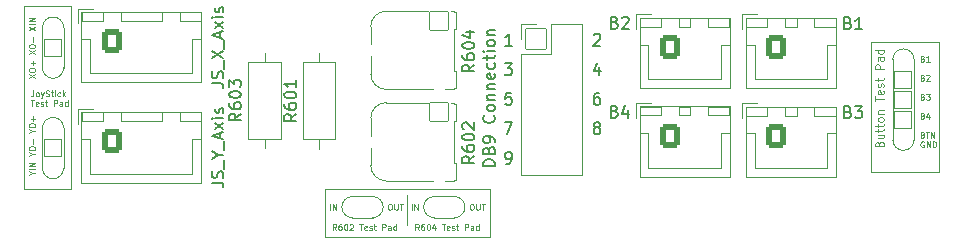
<source format=gto>
G04 #@! TF.GenerationSoftware,KiCad,Pcbnew,8.0.4*
G04 #@! TF.CreationDate,2024-08-20T15:03:28-04:00*
G04 #@! TF.ProjectId,VectexController,56656374-6578-4436-9f6e-74726f6c6c65,rev?*
G04 #@! TF.SameCoordinates,Original*
G04 #@! TF.FileFunction,Legend,Top*
G04 #@! TF.FilePolarity,Positive*
%FSLAX46Y46*%
G04 Gerber Fmt 4.6, Leading zero omitted, Abs format (unit mm)*
G04 Created by KiCad (PCBNEW 8.0.4) date 2024-08-20 15:03:28*
%MOMM*%
%LPD*%
G01*
G04 APERTURE LIST*
G04 Aperture macros list*
%AMRoundRect*
0 Rectangle with rounded corners*
0 $1 Rounding radius*
0 $2 $3 $4 $5 $6 $7 $8 $9 X,Y pos of 4 corners*
0 Add a 4 corners polygon primitive as box body*
4,1,4,$2,$3,$4,$5,$6,$7,$8,$9,$2,$3,0*
0 Add four circle primitives for the rounded corners*
1,1,$1+$1,$2,$3*
1,1,$1+$1,$4,$5*
1,1,$1+$1,$6,$7*
1,1,$1+$1,$8,$9*
0 Add four rect primitives between the rounded corners*
20,1,$1+$1,$2,$3,$4,$5,0*
20,1,$1+$1,$4,$5,$6,$7,0*
20,1,$1+$1,$6,$7,$8,$9,0*
20,1,$1+$1,$8,$9,$2,$3,0*%
%AMFreePoly0*
4,1,37,0.776870,0.776870,0.788000,0.750000,0.788000,-0.750000,0.776870,-0.776870,0.750000,-0.788000,0.000000,-0.788000,-0.003862,-0.787803,-0.155525,-0.772308,-0.163616,-0.770576,-0.328917,-0.715802,-0.336913,-0.712073,-0.485126,-0.620654,-0.492047,-0.615182,-0.615182,-0.492047,-0.620654,-0.485126,-0.712073,-0.336913,-0.715802,-0.328917,-0.770576,-0.163616,-0.772308,-0.155525,-0.787803,-0.003862,
-0.787803,0.003862,-0.772308,0.155525,-0.770576,0.163616,-0.715802,0.328917,-0.712073,0.336913,-0.620654,0.485126,-0.615182,0.492047,-0.492047,0.615182,-0.485126,0.620654,-0.336913,0.712073,-0.328917,0.715802,-0.163616,0.770576,-0.155525,0.772308,-0.003862,0.787803,0.000000,0.788000,0.750000,0.788000,0.776870,0.776870,0.776870,0.776870,$1*%
%AMFreePoly1*
4,1,37,0.003862,0.787803,0.155525,0.772308,0.163616,0.770576,0.328917,0.715802,0.336913,0.712073,0.485126,0.620654,0.492047,0.615182,0.615182,0.492047,0.620654,0.485126,0.712073,0.336913,0.715802,0.328917,0.770576,0.163616,0.772308,0.155525,0.787803,0.003862,0.787803,-0.003862,0.772308,-0.155525,0.770576,-0.163616,0.715802,-0.328917,0.712073,-0.336913,0.620654,-0.485126,
0.615182,-0.492047,0.492047,-0.615182,0.485126,-0.620654,0.336913,-0.712073,0.328917,-0.715802,0.163616,-0.770576,0.155525,-0.772308,0.003862,-0.787803,0.000000,-0.788000,-0.750000,-0.788000,-0.776870,-0.776870,-0.788000,-0.750000,-0.788000,0.750000,-0.776870,0.776870,-0.750000,0.788000,0.000000,0.788000,0.003862,0.787803,0.003862,0.787803,$1*%
G04 Aperture macros list end*
%ADD10C,0.100000*%
%ADD11C,0.187500*%
%ADD12C,0.150000*%
%ADD13C,0.120000*%
%ADD14FreePoly0,180.000000*%
%ADD15FreePoly1,180.000000*%
%ADD16RoundRect,0.038000X-0.850000X-0.850000X0.850000X-0.850000X0.850000X0.850000X-0.850000X0.850000X0*%
%ADD17O,1.776000X1.776000*%
%ADD18RoundRect,0.261177X-0.626823X-0.776823X0.626823X-0.776823X0.626823X0.776823X-0.626823X0.776823X0*%
%ADD19O,1.776000X2.076000*%
%ADD20RoundRect,0.261177X-0.626823X-0.751823X0.626823X-0.751823X0.626823X0.751823X-0.626823X0.751823X0*%
%ADD21O,1.776000X2.026000*%
%ADD22RoundRect,0.038000X-0.780000X0.780000X-0.780000X-0.780000X0.780000X-0.780000X0.780000X0.780000X0*%
%ADD23C,1.636000*%
%ADD24FreePoly0,270.000000*%
%ADD25RoundRect,0.038000X-0.750000X0.750000X-0.750000X-0.750000X0.750000X-0.750000X0.750000X0.750000X0*%
%ADD26FreePoly1,270.000000*%
%ADD27FreePoly0,0.000000*%
%ADD28FreePoly1,0.000000*%
%ADD29C,1.676000*%
%ADD30O,1.676000X1.676000*%
%ADD31C,3.676000*%
%ADD32C,5.776000*%
%ADD33FreePoly0,90.000000*%
%ADD34RoundRect,0.038000X0.750000X-0.750000X0.750000X0.750000X-0.750000X0.750000X-0.750000X-0.750000X0*%
%ADD35FreePoly1,90.000000*%
G04 APERTURE END LIST*
D10*
X114500000Y-92500000D02*
X118500000Y-92500000D01*
X114500000Y-77000000D02*
X114500000Y-92500000D01*
X186250000Y-80000000D02*
X192000000Y-80000000D01*
X192000000Y-91000000D01*
X186250000Y-91000000D01*
X186250000Y-80000000D01*
X118500000Y-92500000D02*
X118500000Y-77000000D01*
X118500000Y-77000000D02*
X114500000Y-77000000D01*
X147000000Y-93000000D02*
X147000000Y-95500000D01*
X140000000Y-92500000D02*
X154000000Y-92500000D01*
X154000000Y-96500000D01*
X140000000Y-96500000D01*
X140000000Y-92500000D01*
D11*
X155373535Y-90332335D02*
X155564011Y-90332335D01*
X155564011Y-90332335D02*
X155659249Y-90284716D01*
X155659249Y-90284716D02*
X155706868Y-90237096D01*
X155706868Y-90237096D02*
X155802106Y-90094239D01*
X155802106Y-90094239D02*
X155849725Y-89903763D01*
X155849725Y-89903763D02*
X155849725Y-89522811D01*
X155849725Y-89522811D02*
X155802106Y-89427573D01*
X155802106Y-89427573D02*
X155754487Y-89379954D01*
X155754487Y-89379954D02*
X155659249Y-89332335D01*
X155659249Y-89332335D02*
X155468773Y-89332335D01*
X155468773Y-89332335D02*
X155373535Y-89379954D01*
X155373535Y-89379954D02*
X155325916Y-89427573D01*
X155325916Y-89427573D02*
X155278297Y-89522811D01*
X155278297Y-89522811D02*
X155278297Y-89760906D01*
X155278297Y-89760906D02*
X155325916Y-89856144D01*
X155325916Y-89856144D02*
X155373535Y-89903763D01*
X155373535Y-89903763D02*
X155468773Y-89951382D01*
X155468773Y-89951382D02*
X155659249Y-89951382D01*
X155659249Y-89951382D02*
X155754487Y-89903763D01*
X155754487Y-89903763D02*
X155802106Y-89856144D01*
X155802106Y-89856144D02*
X155849725Y-89760906D01*
X163254487Y-84332335D02*
X163064011Y-84332335D01*
X163064011Y-84332335D02*
X162968773Y-84379954D01*
X162968773Y-84379954D02*
X162921154Y-84427573D01*
X162921154Y-84427573D02*
X162825916Y-84570430D01*
X162825916Y-84570430D02*
X162778297Y-84760906D01*
X162778297Y-84760906D02*
X162778297Y-85141858D01*
X162778297Y-85141858D02*
X162825916Y-85237096D01*
X162825916Y-85237096D02*
X162873535Y-85284716D01*
X162873535Y-85284716D02*
X162968773Y-85332335D01*
X162968773Y-85332335D02*
X163159249Y-85332335D01*
X163159249Y-85332335D02*
X163254487Y-85284716D01*
X163254487Y-85284716D02*
X163302106Y-85237096D01*
X163302106Y-85237096D02*
X163349725Y-85141858D01*
X163349725Y-85141858D02*
X163349725Y-84903763D01*
X163349725Y-84903763D02*
X163302106Y-84808525D01*
X163302106Y-84808525D02*
X163254487Y-84760906D01*
X163254487Y-84760906D02*
X163159249Y-84713287D01*
X163159249Y-84713287D02*
X162968773Y-84713287D01*
X162968773Y-84713287D02*
X162873535Y-84760906D01*
X162873535Y-84760906D02*
X162825916Y-84808525D01*
X162825916Y-84808525D02*
X162778297Y-84903763D01*
D10*
X115327693Y-84128637D02*
X115327693Y-84485780D01*
X115327693Y-84485780D02*
X115303884Y-84557208D01*
X115303884Y-84557208D02*
X115256265Y-84604828D01*
X115256265Y-84604828D02*
X115184836Y-84628637D01*
X115184836Y-84628637D02*
X115137217Y-84628637D01*
X115637217Y-84628637D02*
X115589598Y-84604828D01*
X115589598Y-84604828D02*
X115565788Y-84581018D01*
X115565788Y-84581018D02*
X115541979Y-84533399D01*
X115541979Y-84533399D02*
X115541979Y-84390542D01*
X115541979Y-84390542D02*
X115565788Y-84342923D01*
X115565788Y-84342923D02*
X115589598Y-84319113D01*
X115589598Y-84319113D02*
X115637217Y-84295304D01*
X115637217Y-84295304D02*
X115708645Y-84295304D01*
X115708645Y-84295304D02*
X115756264Y-84319113D01*
X115756264Y-84319113D02*
X115780074Y-84342923D01*
X115780074Y-84342923D02*
X115803883Y-84390542D01*
X115803883Y-84390542D02*
X115803883Y-84533399D01*
X115803883Y-84533399D02*
X115780074Y-84581018D01*
X115780074Y-84581018D02*
X115756264Y-84604828D01*
X115756264Y-84604828D02*
X115708645Y-84628637D01*
X115708645Y-84628637D02*
X115637217Y-84628637D01*
X115970550Y-84295304D02*
X116089598Y-84628637D01*
X116208645Y-84295304D02*
X116089598Y-84628637D01*
X116089598Y-84628637D02*
X116041979Y-84747685D01*
X116041979Y-84747685D02*
X116018169Y-84771494D01*
X116018169Y-84771494D02*
X115970550Y-84795304D01*
X116375312Y-84604828D02*
X116446740Y-84628637D01*
X116446740Y-84628637D02*
X116565788Y-84628637D01*
X116565788Y-84628637D02*
X116613407Y-84604828D01*
X116613407Y-84604828D02*
X116637216Y-84581018D01*
X116637216Y-84581018D02*
X116661026Y-84533399D01*
X116661026Y-84533399D02*
X116661026Y-84485780D01*
X116661026Y-84485780D02*
X116637216Y-84438161D01*
X116637216Y-84438161D02*
X116613407Y-84414351D01*
X116613407Y-84414351D02*
X116565788Y-84390542D01*
X116565788Y-84390542D02*
X116470550Y-84366732D01*
X116470550Y-84366732D02*
X116422931Y-84342923D01*
X116422931Y-84342923D02*
X116399121Y-84319113D01*
X116399121Y-84319113D02*
X116375312Y-84271494D01*
X116375312Y-84271494D02*
X116375312Y-84223875D01*
X116375312Y-84223875D02*
X116399121Y-84176256D01*
X116399121Y-84176256D02*
X116422931Y-84152447D01*
X116422931Y-84152447D02*
X116470550Y-84128637D01*
X116470550Y-84128637D02*
X116589597Y-84128637D01*
X116589597Y-84128637D02*
X116661026Y-84152447D01*
X116803883Y-84295304D02*
X116994359Y-84295304D01*
X116875311Y-84128637D02*
X116875311Y-84557208D01*
X116875311Y-84557208D02*
X116899121Y-84604828D01*
X116899121Y-84604828D02*
X116946740Y-84628637D01*
X116946740Y-84628637D02*
X116994359Y-84628637D01*
X117161025Y-84628637D02*
X117161025Y-84295304D01*
X117161025Y-84128637D02*
X117137216Y-84152447D01*
X117137216Y-84152447D02*
X117161025Y-84176256D01*
X117161025Y-84176256D02*
X117184835Y-84152447D01*
X117184835Y-84152447D02*
X117161025Y-84128637D01*
X117161025Y-84128637D02*
X117161025Y-84176256D01*
X117613406Y-84604828D02*
X117565787Y-84628637D01*
X117565787Y-84628637D02*
X117470549Y-84628637D01*
X117470549Y-84628637D02*
X117422930Y-84604828D01*
X117422930Y-84604828D02*
X117399120Y-84581018D01*
X117399120Y-84581018D02*
X117375311Y-84533399D01*
X117375311Y-84533399D02*
X117375311Y-84390542D01*
X117375311Y-84390542D02*
X117399120Y-84342923D01*
X117399120Y-84342923D02*
X117422930Y-84319113D01*
X117422930Y-84319113D02*
X117470549Y-84295304D01*
X117470549Y-84295304D02*
X117565787Y-84295304D01*
X117565787Y-84295304D02*
X117613406Y-84319113D01*
X117827691Y-84628637D02*
X117827691Y-84128637D01*
X117875310Y-84438161D02*
X118018167Y-84628637D01*
X118018167Y-84295304D02*
X117827691Y-84485780D01*
X115113408Y-84933609D02*
X115399122Y-84933609D01*
X115256265Y-85433609D02*
X115256265Y-84933609D01*
X115756264Y-85409800D02*
X115708645Y-85433609D01*
X115708645Y-85433609D02*
X115613407Y-85433609D01*
X115613407Y-85433609D02*
X115565788Y-85409800D01*
X115565788Y-85409800D02*
X115541979Y-85362180D01*
X115541979Y-85362180D02*
X115541979Y-85171704D01*
X115541979Y-85171704D02*
X115565788Y-85124085D01*
X115565788Y-85124085D02*
X115613407Y-85100276D01*
X115613407Y-85100276D02*
X115708645Y-85100276D01*
X115708645Y-85100276D02*
X115756264Y-85124085D01*
X115756264Y-85124085D02*
X115780074Y-85171704D01*
X115780074Y-85171704D02*
X115780074Y-85219323D01*
X115780074Y-85219323D02*
X115541979Y-85266942D01*
X115970550Y-85409800D02*
X116018169Y-85433609D01*
X116018169Y-85433609D02*
X116113407Y-85433609D01*
X116113407Y-85433609D02*
X116161026Y-85409800D01*
X116161026Y-85409800D02*
X116184835Y-85362180D01*
X116184835Y-85362180D02*
X116184835Y-85338371D01*
X116184835Y-85338371D02*
X116161026Y-85290752D01*
X116161026Y-85290752D02*
X116113407Y-85266942D01*
X116113407Y-85266942D02*
X116041978Y-85266942D01*
X116041978Y-85266942D02*
X115994359Y-85243133D01*
X115994359Y-85243133D02*
X115970550Y-85195514D01*
X115970550Y-85195514D02*
X115970550Y-85171704D01*
X115970550Y-85171704D02*
X115994359Y-85124085D01*
X115994359Y-85124085D02*
X116041978Y-85100276D01*
X116041978Y-85100276D02*
X116113407Y-85100276D01*
X116113407Y-85100276D02*
X116161026Y-85124085D01*
X116327693Y-85100276D02*
X116518169Y-85100276D01*
X116399121Y-84933609D02*
X116399121Y-85362180D01*
X116399121Y-85362180D02*
X116422931Y-85409800D01*
X116422931Y-85409800D02*
X116470550Y-85433609D01*
X116470550Y-85433609D02*
X116518169Y-85433609D01*
X117065787Y-85433609D02*
X117065787Y-84933609D01*
X117065787Y-84933609D02*
X117256263Y-84933609D01*
X117256263Y-84933609D02*
X117303882Y-84957419D01*
X117303882Y-84957419D02*
X117327692Y-84981228D01*
X117327692Y-84981228D02*
X117351501Y-85028847D01*
X117351501Y-85028847D02*
X117351501Y-85100276D01*
X117351501Y-85100276D02*
X117327692Y-85147895D01*
X117327692Y-85147895D02*
X117303882Y-85171704D01*
X117303882Y-85171704D02*
X117256263Y-85195514D01*
X117256263Y-85195514D02*
X117065787Y-85195514D01*
X117780073Y-85433609D02*
X117780073Y-85171704D01*
X117780073Y-85171704D02*
X117756263Y-85124085D01*
X117756263Y-85124085D02*
X117708644Y-85100276D01*
X117708644Y-85100276D02*
X117613406Y-85100276D01*
X117613406Y-85100276D02*
X117565787Y-85124085D01*
X117780073Y-85409800D02*
X117732454Y-85433609D01*
X117732454Y-85433609D02*
X117613406Y-85433609D01*
X117613406Y-85433609D02*
X117565787Y-85409800D01*
X117565787Y-85409800D02*
X117541978Y-85362180D01*
X117541978Y-85362180D02*
X117541978Y-85314561D01*
X117541978Y-85314561D02*
X117565787Y-85266942D01*
X117565787Y-85266942D02*
X117613406Y-85243133D01*
X117613406Y-85243133D02*
X117732454Y-85243133D01*
X117732454Y-85243133D02*
X117780073Y-85219323D01*
X118232454Y-85433609D02*
X118232454Y-84933609D01*
X118232454Y-85409800D02*
X118184835Y-85433609D01*
X118184835Y-85433609D02*
X118089597Y-85433609D01*
X118089597Y-85433609D02*
X118041978Y-85409800D01*
X118041978Y-85409800D02*
X118018168Y-85385990D01*
X118018168Y-85385990D02*
X117994359Y-85338371D01*
X117994359Y-85338371D02*
X117994359Y-85195514D01*
X117994359Y-85195514D02*
X118018168Y-85147895D01*
X118018168Y-85147895D02*
X118041978Y-85124085D01*
X118041978Y-85124085D02*
X118089597Y-85100276D01*
X118089597Y-85100276D02*
X118184835Y-85100276D01*
X118184835Y-85100276D02*
X118232454Y-85124085D01*
D11*
X163254487Y-82165668D02*
X163254487Y-82832335D01*
X163016392Y-81784716D02*
X162778297Y-82499001D01*
X162778297Y-82499001D02*
X163397344Y-82499001D01*
X162968773Y-87260906D02*
X162873535Y-87213287D01*
X162873535Y-87213287D02*
X162825916Y-87165668D01*
X162825916Y-87165668D02*
X162778297Y-87070430D01*
X162778297Y-87070430D02*
X162778297Y-87022811D01*
X162778297Y-87022811D02*
X162825916Y-86927573D01*
X162825916Y-86927573D02*
X162873535Y-86879954D01*
X162873535Y-86879954D02*
X162968773Y-86832335D01*
X162968773Y-86832335D02*
X163159249Y-86832335D01*
X163159249Y-86832335D02*
X163254487Y-86879954D01*
X163254487Y-86879954D02*
X163302106Y-86927573D01*
X163302106Y-86927573D02*
X163349725Y-87022811D01*
X163349725Y-87022811D02*
X163349725Y-87070430D01*
X163349725Y-87070430D02*
X163302106Y-87165668D01*
X163302106Y-87165668D02*
X163254487Y-87213287D01*
X163254487Y-87213287D02*
X163159249Y-87260906D01*
X163159249Y-87260906D02*
X162968773Y-87260906D01*
X162968773Y-87260906D02*
X162873535Y-87308525D01*
X162873535Y-87308525D02*
X162825916Y-87356144D01*
X162825916Y-87356144D02*
X162778297Y-87451382D01*
X162778297Y-87451382D02*
X162778297Y-87641858D01*
X162778297Y-87641858D02*
X162825916Y-87737096D01*
X162825916Y-87737096D02*
X162873535Y-87784716D01*
X162873535Y-87784716D02*
X162968773Y-87832335D01*
X162968773Y-87832335D02*
X163159249Y-87832335D01*
X163159249Y-87832335D02*
X163254487Y-87784716D01*
X163254487Y-87784716D02*
X163302106Y-87737096D01*
X163302106Y-87737096D02*
X163349725Y-87641858D01*
X163349725Y-87641858D02*
X163349725Y-87451382D01*
X163349725Y-87451382D02*
X163302106Y-87356144D01*
X163302106Y-87356144D02*
X163254487Y-87308525D01*
X163254487Y-87308525D02*
X163159249Y-87260906D01*
X155230678Y-86832335D02*
X155897344Y-86832335D01*
X155897344Y-86832335D02*
X155468773Y-87832335D01*
D10*
X190626503Y-81426956D02*
X190697931Y-81450766D01*
X190697931Y-81450766D02*
X190721741Y-81474575D01*
X190721741Y-81474575D02*
X190745550Y-81522194D01*
X190745550Y-81522194D02*
X190745550Y-81593623D01*
X190745550Y-81593623D02*
X190721741Y-81641242D01*
X190721741Y-81641242D02*
X190697931Y-81665052D01*
X190697931Y-81665052D02*
X190650312Y-81688861D01*
X190650312Y-81688861D02*
X190459836Y-81688861D01*
X190459836Y-81688861D02*
X190459836Y-81188861D01*
X190459836Y-81188861D02*
X190626503Y-81188861D01*
X190626503Y-81188861D02*
X190674122Y-81212671D01*
X190674122Y-81212671D02*
X190697931Y-81236480D01*
X190697931Y-81236480D02*
X190721741Y-81284099D01*
X190721741Y-81284099D02*
X190721741Y-81331718D01*
X190721741Y-81331718D02*
X190697931Y-81379337D01*
X190697931Y-81379337D02*
X190674122Y-81403147D01*
X190674122Y-81403147D02*
X190626503Y-81426956D01*
X190626503Y-81426956D02*
X190459836Y-81426956D01*
X191221741Y-81688861D02*
X190936027Y-81688861D01*
X191078884Y-81688861D02*
X191078884Y-81188861D01*
X191078884Y-81188861D02*
X191031265Y-81260290D01*
X191031265Y-81260290D02*
X190983646Y-81307909D01*
X190983646Y-81307909D02*
X190936027Y-81331718D01*
X190626503Y-83036900D02*
X190697931Y-83060710D01*
X190697931Y-83060710D02*
X190721741Y-83084519D01*
X190721741Y-83084519D02*
X190745550Y-83132138D01*
X190745550Y-83132138D02*
X190745550Y-83203567D01*
X190745550Y-83203567D02*
X190721741Y-83251186D01*
X190721741Y-83251186D02*
X190697931Y-83274996D01*
X190697931Y-83274996D02*
X190650312Y-83298805D01*
X190650312Y-83298805D02*
X190459836Y-83298805D01*
X190459836Y-83298805D02*
X190459836Y-82798805D01*
X190459836Y-82798805D02*
X190626503Y-82798805D01*
X190626503Y-82798805D02*
X190674122Y-82822615D01*
X190674122Y-82822615D02*
X190697931Y-82846424D01*
X190697931Y-82846424D02*
X190721741Y-82894043D01*
X190721741Y-82894043D02*
X190721741Y-82941662D01*
X190721741Y-82941662D02*
X190697931Y-82989281D01*
X190697931Y-82989281D02*
X190674122Y-83013091D01*
X190674122Y-83013091D02*
X190626503Y-83036900D01*
X190626503Y-83036900D02*
X190459836Y-83036900D01*
X190936027Y-82846424D02*
X190959836Y-82822615D01*
X190959836Y-82822615D02*
X191007455Y-82798805D01*
X191007455Y-82798805D02*
X191126503Y-82798805D01*
X191126503Y-82798805D02*
X191174122Y-82822615D01*
X191174122Y-82822615D02*
X191197931Y-82846424D01*
X191197931Y-82846424D02*
X191221741Y-82894043D01*
X191221741Y-82894043D02*
X191221741Y-82941662D01*
X191221741Y-82941662D02*
X191197931Y-83013091D01*
X191197931Y-83013091D02*
X190912217Y-83298805D01*
X190912217Y-83298805D02*
X191221741Y-83298805D01*
X190626503Y-84646844D02*
X190697931Y-84670654D01*
X190697931Y-84670654D02*
X190721741Y-84694463D01*
X190721741Y-84694463D02*
X190745550Y-84742082D01*
X190745550Y-84742082D02*
X190745550Y-84813511D01*
X190745550Y-84813511D02*
X190721741Y-84861130D01*
X190721741Y-84861130D02*
X190697931Y-84884940D01*
X190697931Y-84884940D02*
X190650312Y-84908749D01*
X190650312Y-84908749D02*
X190459836Y-84908749D01*
X190459836Y-84908749D02*
X190459836Y-84408749D01*
X190459836Y-84408749D02*
X190626503Y-84408749D01*
X190626503Y-84408749D02*
X190674122Y-84432559D01*
X190674122Y-84432559D02*
X190697931Y-84456368D01*
X190697931Y-84456368D02*
X190721741Y-84503987D01*
X190721741Y-84503987D02*
X190721741Y-84551606D01*
X190721741Y-84551606D02*
X190697931Y-84599225D01*
X190697931Y-84599225D02*
X190674122Y-84623035D01*
X190674122Y-84623035D02*
X190626503Y-84646844D01*
X190626503Y-84646844D02*
X190459836Y-84646844D01*
X190912217Y-84408749D02*
X191221741Y-84408749D01*
X191221741Y-84408749D02*
X191055074Y-84599225D01*
X191055074Y-84599225D02*
X191126503Y-84599225D01*
X191126503Y-84599225D02*
X191174122Y-84623035D01*
X191174122Y-84623035D02*
X191197931Y-84646844D01*
X191197931Y-84646844D02*
X191221741Y-84694463D01*
X191221741Y-84694463D02*
X191221741Y-84813511D01*
X191221741Y-84813511D02*
X191197931Y-84861130D01*
X191197931Y-84861130D02*
X191174122Y-84884940D01*
X191174122Y-84884940D02*
X191126503Y-84908749D01*
X191126503Y-84908749D02*
X190983646Y-84908749D01*
X190983646Y-84908749D02*
X190936027Y-84884940D01*
X190936027Y-84884940D02*
X190912217Y-84861130D01*
X190626503Y-86256788D02*
X190697931Y-86280598D01*
X190697931Y-86280598D02*
X190721741Y-86304407D01*
X190721741Y-86304407D02*
X190745550Y-86352026D01*
X190745550Y-86352026D02*
X190745550Y-86423455D01*
X190745550Y-86423455D02*
X190721741Y-86471074D01*
X190721741Y-86471074D02*
X190697931Y-86494884D01*
X190697931Y-86494884D02*
X190650312Y-86518693D01*
X190650312Y-86518693D02*
X190459836Y-86518693D01*
X190459836Y-86518693D02*
X190459836Y-86018693D01*
X190459836Y-86018693D02*
X190626503Y-86018693D01*
X190626503Y-86018693D02*
X190674122Y-86042503D01*
X190674122Y-86042503D02*
X190697931Y-86066312D01*
X190697931Y-86066312D02*
X190721741Y-86113931D01*
X190721741Y-86113931D02*
X190721741Y-86161550D01*
X190721741Y-86161550D02*
X190697931Y-86209169D01*
X190697931Y-86209169D02*
X190674122Y-86232979D01*
X190674122Y-86232979D02*
X190626503Y-86256788D01*
X190626503Y-86256788D02*
X190459836Y-86256788D01*
X191174122Y-86185360D02*
X191174122Y-86518693D01*
X191055074Y-85994884D02*
X190936027Y-86352026D01*
X190936027Y-86352026D02*
X191245550Y-86352026D01*
X190626503Y-87866732D02*
X190697931Y-87890542D01*
X190697931Y-87890542D02*
X190721741Y-87914351D01*
X190721741Y-87914351D02*
X190745550Y-87961970D01*
X190745550Y-87961970D02*
X190745550Y-88033399D01*
X190745550Y-88033399D02*
X190721741Y-88081018D01*
X190721741Y-88081018D02*
X190697931Y-88104828D01*
X190697931Y-88104828D02*
X190650312Y-88128637D01*
X190650312Y-88128637D02*
X190459836Y-88128637D01*
X190459836Y-88128637D02*
X190459836Y-87628637D01*
X190459836Y-87628637D02*
X190626503Y-87628637D01*
X190626503Y-87628637D02*
X190674122Y-87652447D01*
X190674122Y-87652447D02*
X190697931Y-87676256D01*
X190697931Y-87676256D02*
X190721741Y-87723875D01*
X190721741Y-87723875D02*
X190721741Y-87771494D01*
X190721741Y-87771494D02*
X190697931Y-87819113D01*
X190697931Y-87819113D02*
X190674122Y-87842923D01*
X190674122Y-87842923D02*
X190626503Y-87866732D01*
X190626503Y-87866732D02*
X190459836Y-87866732D01*
X190888408Y-87628637D02*
X191174122Y-87628637D01*
X191031265Y-88128637D02*
X191031265Y-87628637D01*
X191340788Y-88128637D02*
X191340788Y-87628637D01*
X191340788Y-87628637D02*
X191626502Y-88128637D01*
X191626502Y-88128637D02*
X191626502Y-87628637D01*
X190721741Y-88457419D02*
X190674122Y-88433609D01*
X190674122Y-88433609D02*
X190602693Y-88433609D01*
X190602693Y-88433609D02*
X190531265Y-88457419D01*
X190531265Y-88457419D02*
X190483646Y-88505038D01*
X190483646Y-88505038D02*
X190459836Y-88552657D01*
X190459836Y-88552657D02*
X190436027Y-88647895D01*
X190436027Y-88647895D02*
X190436027Y-88719323D01*
X190436027Y-88719323D02*
X190459836Y-88814561D01*
X190459836Y-88814561D02*
X190483646Y-88862180D01*
X190483646Y-88862180D02*
X190531265Y-88909800D01*
X190531265Y-88909800D02*
X190602693Y-88933609D01*
X190602693Y-88933609D02*
X190650312Y-88933609D01*
X190650312Y-88933609D02*
X190721741Y-88909800D01*
X190721741Y-88909800D02*
X190745550Y-88885990D01*
X190745550Y-88885990D02*
X190745550Y-88719323D01*
X190745550Y-88719323D02*
X190650312Y-88719323D01*
X190959836Y-88933609D02*
X190959836Y-88433609D01*
X190959836Y-88433609D02*
X191245550Y-88933609D01*
X191245550Y-88933609D02*
X191245550Y-88433609D01*
X191483646Y-88933609D02*
X191483646Y-88433609D01*
X191483646Y-88433609D02*
X191602694Y-88433609D01*
X191602694Y-88433609D02*
X191674122Y-88457419D01*
X191674122Y-88457419D02*
X191721741Y-88505038D01*
X191721741Y-88505038D02*
X191745551Y-88552657D01*
X191745551Y-88552657D02*
X191769360Y-88647895D01*
X191769360Y-88647895D02*
X191769360Y-88719323D01*
X191769360Y-88719323D02*
X191745551Y-88814561D01*
X191745551Y-88814561D02*
X191721741Y-88862180D01*
X191721741Y-88862180D02*
X191674122Y-88909800D01*
X191674122Y-88909800D02*
X191602694Y-88933609D01*
X191602694Y-88933609D02*
X191483646Y-88933609D01*
X147970550Y-95933609D02*
X147803884Y-95695514D01*
X147684836Y-95933609D02*
X147684836Y-95433609D01*
X147684836Y-95433609D02*
X147875312Y-95433609D01*
X147875312Y-95433609D02*
X147922931Y-95457419D01*
X147922931Y-95457419D02*
X147946741Y-95481228D01*
X147946741Y-95481228D02*
X147970550Y-95528847D01*
X147970550Y-95528847D02*
X147970550Y-95600276D01*
X147970550Y-95600276D02*
X147946741Y-95647895D01*
X147946741Y-95647895D02*
X147922931Y-95671704D01*
X147922931Y-95671704D02*
X147875312Y-95695514D01*
X147875312Y-95695514D02*
X147684836Y-95695514D01*
X148399122Y-95433609D02*
X148303884Y-95433609D01*
X148303884Y-95433609D02*
X148256265Y-95457419D01*
X148256265Y-95457419D02*
X148232455Y-95481228D01*
X148232455Y-95481228D02*
X148184836Y-95552657D01*
X148184836Y-95552657D02*
X148161027Y-95647895D01*
X148161027Y-95647895D02*
X148161027Y-95838371D01*
X148161027Y-95838371D02*
X148184836Y-95885990D01*
X148184836Y-95885990D02*
X148208646Y-95909800D01*
X148208646Y-95909800D02*
X148256265Y-95933609D01*
X148256265Y-95933609D02*
X148351503Y-95933609D01*
X148351503Y-95933609D02*
X148399122Y-95909800D01*
X148399122Y-95909800D02*
X148422931Y-95885990D01*
X148422931Y-95885990D02*
X148446741Y-95838371D01*
X148446741Y-95838371D02*
X148446741Y-95719323D01*
X148446741Y-95719323D02*
X148422931Y-95671704D01*
X148422931Y-95671704D02*
X148399122Y-95647895D01*
X148399122Y-95647895D02*
X148351503Y-95624085D01*
X148351503Y-95624085D02*
X148256265Y-95624085D01*
X148256265Y-95624085D02*
X148208646Y-95647895D01*
X148208646Y-95647895D02*
X148184836Y-95671704D01*
X148184836Y-95671704D02*
X148161027Y-95719323D01*
X148756264Y-95433609D02*
X148803883Y-95433609D01*
X148803883Y-95433609D02*
X148851502Y-95457419D01*
X148851502Y-95457419D02*
X148875312Y-95481228D01*
X148875312Y-95481228D02*
X148899121Y-95528847D01*
X148899121Y-95528847D02*
X148922931Y-95624085D01*
X148922931Y-95624085D02*
X148922931Y-95743133D01*
X148922931Y-95743133D02*
X148899121Y-95838371D01*
X148899121Y-95838371D02*
X148875312Y-95885990D01*
X148875312Y-95885990D02*
X148851502Y-95909800D01*
X148851502Y-95909800D02*
X148803883Y-95933609D01*
X148803883Y-95933609D02*
X148756264Y-95933609D01*
X148756264Y-95933609D02*
X148708645Y-95909800D01*
X148708645Y-95909800D02*
X148684836Y-95885990D01*
X148684836Y-95885990D02*
X148661026Y-95838371D01*
X148661026Y-95838371D02*
X148637217Y-95743133D01*
X148637217Y-95743133D02*
X148637217Y-95624085D01*
X148637217Y-95624085D02*
X148661026Y-95528847D01*
X148661026Y-95528847D02*
X148684836Y-95481228D01*
X148684836Y-95481228D02*
X148708645Y-95457419D01*
X148708645Y-95457419D02*
X148756264Y-95433609D01*
X149351502Y-95600276D02*
X149351502Y-95933609D01*
X149232454Y-95409800D02*
X149113407Y-95766942D01*
X149113407Y-95766942D02*
X149422930Y-95766942D01*
X149922930Y-95433609D02*
X150208644Y-95433609D01*
X150065787Y-95933609D02*
X150065787Y-95433609D01*
X150565786Y-95909800D02*
X150518167Y-95933609D01*
X150518167Y-95933609D02*
X150422929Y-95933609D01*
X150422929Y-95933609D02*
X150375310Y-95909800D01*
X150375310Y-95909800D02*
X150351501Y-95862180D01*
X150351501Y-95862180D02*
X150351501Y-95671704D01*
X150351501Y-95671704D02*
X150375310Y-95624085D01*
X150375310Y-95624085D02*
X150422929Y-95600276D01*
X150422929Y-95600276D02*
X150518167Y-95600276D01*
X150518167Y-95600276D02*
X150565786Y-95624085D01*
X150565786Y-95624085D02*
X150589596Y-95671704D01*
X150589596Y-95671704D02*
X150589596Y-95719323D01*
X150589596Y-95719323D02*
X150351501Y-95766942D01*
X150780072Y-95909800D02*
X150827691Y-95933609D01*
X150827691Y-95933609D02*
X150922929Y-95933609D01*
X150922929Y-95933609D02*
X150970548Y-95909800D01*
X150970548Y-95909800D02*
X150994357Y-95862180D01*
X150994357Y-95862180D02*
X150994357Y-95838371D01*
X150994357Y-95838371D02*
X150970548Y-95790752D01*
X150970548Y-95790752D02*
X150922929Y-95766942D01*
X150922929Y-95766942D02*
X150851500Y-95766942D01*
X150851500Y-95766942D02*
X150803881Y-95743133D01*
X150803881Y-95743133D02*
X150780072Y-95695514D01*
X150780072Y-95695514D02*
X150780072Y-95671704D01*
X150780072Y-95671704D02*
X150803881Y-95624085D01*
X150803881Y-95624085D02*
X150851500Y-95600276D01*
X150851500Y-95600276D02*
X150922929Y-95600276D01*
X150922929Y-95600276D02*
X150970548Y-95624085D01*
X151137215Y-95600276D02*
X151327691Y-95600276D01*
X151208643Y-95433609D02*
X151208643Y-95862180D01*
X151208643Y-95862180D02*
X151232453Y-95909800D01*
X151232453Y-95909800D02*
X151280072Y-95933609D01*
X151280072Y-95933609D02*
X151327691Y-95933609D01*
X151875309Y-95933609D02*
X151875309Y-95433609D01*
X151875309Y-95433609D02*
X152065785Y-95433609D01*
X152065785Y-95433609D02*
X152113404Y-95457419D01*
X152113404Y-95457419D02*
X152137214Y-95481228D01*
X152137214Y-95481228D02*
X152161023Y-95528847D01*
X152161023Y-95528847D02*
X152161023Y-95600276D01*
X152161023Y-95600276D02*
X152137214Y-95647895D01*
X152137214Y-95647895D02*
X152113404Y-95671704D01*
X152113404Y-95671704D02*
X152065785Y-95695514D01*
X152065785Y-95695514D02*
X151875309Y-95695514D01*
X152589595Y-95933609D02*
X152589595Y-95671704D01*
X152589595Y-95671704D02*
X152565785Y-95624085D01*
X152565785Y-95624085D02*
X152518166Y-95600276D01*
X152518166Y-95600276D02*
X152422928Y-95600276D01*
X152422928Y-95600276D02*
X152375309Y-95624085D01*
X152589595Y-95909800D02*
X152541976Y-95933609D01*
X152541976Y-95933609D02*
X152422928Y-95933609D01*
X152422928Y-95933609D02*
X152375309Y-95909800D01*
X152375309Y-95909800D02*
X152351500Y-95862180D01*
X152351500Y-95862180D02*
X152351500Y-95814561D01*
X152351500Y-95814561D02*
X152375309Y-95766942D01*
X152375309Y-95766942D02*
X152422928Y-95743133D01*
X152422928Y-95743133D02*
X152541976Y-95743133D01*
X152541976Y-95743133D02*
X152589595Y-95719323D01*
X153041976Y-95933609D02*
X153041976Y-95433609D01*
X153041976Y-95909800D02*
X152994357Y-95933609D01*
X152994357Y-95933609D02*
X152899119Y-95933609D01*
X152899119Y-95933609D02*
X152851500Y-95909800D01*
X152851500Y-95909800D02*
X152827690Y-95885990D01*
X152827690Y-95885990D02*
X152803881Y-95838371D01*
X152803881Y-95838371D02*
X152803881Y-95695514D01*
X152803881Y-95695514D02*
X152827690Y-95647895D01*
X152827690Y-95647895D02*
X152851500Y-95624085D01*
X152851500Y-95624085D02*
X152899119Y-95600276D01*
X152899119Y-95600276D02*
X152994357Y-95600276D01*
X152994357Y-95600276D02*
X153041976Y-95624085D01*
X140970550Y-95933609D02*
X140803884Y-95695514D01*
X140684836Y-95933609D02*
X140684836Y-95433609D01*
X140684836Y-95433609D02*
X140875312Y-95433609D01*
X140875312Y-95433609D02*
X140922931Y-95457419D01*
X140922931Y-95457419D02*
X140946741Y-95481228D01*
X140946741Y-95481228D02*
X140970550Y-95528847D01*
X140970550Y-95528847D02*
X140970550Y-95600276D01*
X140970550Y-95600276D02*
X140946741Y-95647895D01*
X140946741Y-95647895D02*
X140922931Y-95671704D01*
X140922931Y-95671704D02*
X140875312Y-95695514D01*
X140875312Y-95695514D02*
X140684836Y-95695514D01*
X141399122Y-95433609D02*
X141303884Y-95433609D01*
X141303884Y-95433609D02*
X141256265Y-95457419D01*
X141256265Y-95457419D02*
X141232455Y-95481228D01*
X141232455Y-95481228D02*
X141184836Y-95552657D01*
X141184836Y-95552657D02*
X141161027Y-95647895D01*
X141161027Y-95647895D02*
X141161027Y-95838371D01*
X141161027Y-95838371D02*
X141184836Y-95885990D01*
X141184836Y-95885990D02*
X141208646Y-95909800D01*
X141208646Y-95909800D02*
X141256265Y-95933609D01*
X141256265Y-95933609D02*
X141351503Y-95933609D01*
X141351503Y-95933609D02*
X141399122Y-95909800D01*
X141399122Y-95909800D02*
X141422931Y-95885990D01*
X141422931Y-95885990D02*
X141446741Y-95838371D01*
X141446741Y-95838371D02*
X141446741Y-95719323D01*
X141446741Y-95719323D02*
X141422931Y-95671704D01*
X141422931Y-95671704D02*
X141399122Y-95647895D01*
X141399122Y-95647895D02*
X141351503Y-95624085D01*
X141351503Y-95624085D02*
X141256265Y-95624085D01*
X141256265Y-95624085D02*
X141208646Y-95647895D01*
X141208646Y-95647895D02*
X141184836Y-95671704D01*
X141184836Y-95671704D02*
X141161027Y-95719323D01*
X141756264Y-95433609D02*
X141803883Y-95433609D01*
X141803883Y-95433609D02*
X141851502Y-95457419D01*
X141851502Y-95457419D02*
X141875312Y-95481228D01*
X141875312Y-95481228D02*
X141899121Y-95528847D01*
X141899121Y-95528847D02*
X141922931Y-95624085D01*
X141922931Y-95624085D02*
X141922931Y-95743133D01*
X141922931Y-95743133D02*
X141899121Y-95838371D01*
X141899121Y-95838371D02*
X141875312Y-95885990D01*
X141875312Y-95885990D02*
X141851502Y-95909800D01*
X141851502Y-95909800D02*
X141803883Y-95933609D01*
X141803883Y-95933609D02*
X141756264Y-95933609D01*
X141756264Y-95933609D02*
X141708645Y-95909800D01*
X141708645Y-95909800D02*
X141684836Y-95885990D01*
X141684836Y-95885990D02*
X141661026Y-95838371D01*
X141661026Y-95838371D02*
X141637217Y-95743133D01*
X141637217Y-95743133D02*
X141637217Y-95624085D01*
X141637217Y-95624085D02*
X141661026Y-95528847D01*
X141661026Y-95528847D02*
X141684836Y-95481228D01*
X141684836Y-95481228D02*
X141708645Y-95457419D01*
X141708645Y-95457419D02*
X141756264Y-95433609D01*
X142113407Y-95481228D02*
X142137216Y-95457419D01*
X142137216Y-95457419D02*
X142184835Y-95433609D01*
X142184835Y-95433609D02*
X142303883Y-95433609D01*
X142303883Y-95433609D02*
X142351502Y-95457419D01*
X142351502Y-95457419D02*
X142375311Y-95481228D01*
X142375311Y-95481228D02*
X142399121Y-95528847D01*
X142399121Y-95528847D02*
X142399121Y-95576466D01*
X142399121Y-95576466D02*
X142375311Y-95647895D01*
X142375311Y-95647895D02*
X142089597Y-95933609D01*
X142089597Y-95933609D02*
X142399121Y-95933609D01*
X142922930Y-95433609D02*
X143208644Y-95433609D01*
X143065787Y-95933609D02*
X143065787Y-95433609D01*
X143565786Y-95909800D02*
X143518167Y-95933609D01*
X143518167Y-95933609D02*
X143422929Y-95933609D01*
X143422929Y-95933609D02*
X143375310Y-95909800D01*
X143375310Y-95909800D02*
X143351501Y-95862180D01*
X143351501Y-95862180D02*
X143351501Y-95671704D01*
X143351501Y-95671704D02*
X143375310Y-95624085D01*
X143375310Y-95624085D02*
X143422929Y-95600276D01*
X143422929Y-95600276D02*
X143518167Y-95600276D01*
X143518167Y-95600276D02*
X143565786Y-95624085D01*
X143565786Y-95624085D02*
X143589596Y-95671704D01*
X143589596Y-95671704D02*
X143589596Y-95719323D01*
X143589596Y-95719323D02*
X143351501Y-95766942D01*
X143780072Y-95909800D02*
X143827691Y-95933609D01*
X143827691Y-95933609D02*
X143922929Y-95933609D01*
X143922929Y-95933609D02*
X143970548Y-95909800D01*
X143970548Y-95909800D02*
X143994357Y-95862180D01*
X143994357Y-95862180D02*
X143994357Y-95838371D01*
X143994357Y-95838371D02*
X143970548Y-95790752D01*
X143970548Y-95790752D02*
X143922929Y-95766942D01*
X143922929Y-95766942D02*
X143851500Y-95766942D01*
X143851500Y-95766942D02*
X143803881Y-95743133D01*
X143803881Y-95743133D02*
X143780072Y-95695514D01*
X143780072Y-95695514D02*
X143780072Y-95671704D01*
X143780072Y-95671704D02*
X143803881Y-95624085D01*
X143803881Y-95624085D02*
X143851500Y-95600276D01*
X143851500Y-95600276D02*
X143922929Y-95600276D01*
X143922929Y-95600276D02*
X143970548Y-95624085D01*
X144137215Y-95600276D02*
X144327691Y-95600276D01*
X144208643Y-95433609D02*
X144208643Y-95862180D01*
X144208643Y-95862180D02*
X144232453Y-95909800D01*
X144232453Y-95909800D02*
X144280072Y-95933609D01*
X144280072Y-95933609D02*
X144327691Y-95933609D01*
X144875309Y-95933609D02*
X144875309Y-95433609D01*
X144875309Y-95433609D02*
X145065785Y-95433609D01*
X145065785Y-95433609D02*
X145113404Y-95457419D01*
X145113404Y-95457419D02*
X145137214Y-95481228D01*
X145137214Y-95481228D02*
X145161023Y-95528847D01*
X145161023Y-95528847D02*
X145161023Y-95600276D01*
X145161023Y-95600276D02*
X145137214Y-95647895D01*
X145137214Y-95647895D02*
X145113404Y-95671704D01*
X145113404Y-95671704D02*
X145065785Y-95695514D01*
X145065785Y-95695514D02*
X144875309Y-95695514D01*
X145589595Y-95933609D02*
X145589595Y-95671704D01*
X145589595Y-95671704D02*
X145565785Y-95624085D01*
X145565785Y-95624085D02*
X145518166Y-95600276D01*
X145518166Y-95600276D02*
X145422928Y-95600276D01*
X145422928Y-95600276D02*
X145375309Y-95624085D01*
X145589595Y-95909800D02*
X145541976Y-95933609D01*
X145541976Y-95933609D02*
X145422928Y-95933609D01*
X145422928Y-95933609D02*
X145375309Y-95909800D01*
X145375309Y-95909800D02*
X145351500Y-95862180D01*
X145351500Y-95862180D02*
X145351500Y-95814561D01*
X145351500Y-95814561D02*
X145375309Y-95766942D01*
X145375309Y-95766942D02*
X145422928Y-95743133D01*
X145422928Y-95743133D02*
X145541976Y-95743133D01*
X145541976Y-95743133D02*
X145589595Y-95719323D01*
X146041976Y-95933609D02*
X146041976Y-95433609D01*
X146041976Y-95909800D02*
X145994357Y-95933609D01*
X145994357Y-95933609D02*
X145899119Y-95933609D01*
X145899119Y-95933609D02*
X145851500Y-95909800D01*
X145851500Y-95909800D02*
X145827690Y-95885990D01*
X145827690Y-95885990D02*
X145803881Y-95838371D01*
X145803881Y-95838371D02*
X145803881Y-95695514D01*
X145803881Y-95695514D02*
X145827690Y-95647895D01*
X145827690Y-95647895D02*
X145851500Y-95624085D01*
X145851500Y-95624085D02*
X145899119Y-95600276D01*
X145899119Y-95600276D02*
X145994357Y-95600276D01*
X145994357Y-95600276D02*
X146041976Y-95624085D01*
D11*
X155802106Y-84332335D02*
X155325916Y-84332335D01*
X155325916Y-84332335D02*
X155278297Y-84808525D01*
X155278297Y-84808525D02*
X155325916Y-84760906D01*
X155325916Y-84760906D02*
X155421154Y-84713287D01*
X155421154Y-84713287D02*
X155659249Y-84713287D01*
X155659249Y-84713287D02*
X155754487Y-84760906D01*
X155754487Y-84760906D02*
X155802106Y-84808525D01*
X155802106Y-84808525D02*
X155849725Y-84903763D01*
X155849725Y-84903763D02*
X155849725Y-85141858D01*
X155849725Y-85141858D02*
X155802106Y-85237096D01*
X155802106Y-85237096D02*
X155754487Y-85284716D01*
X155754487Y-85284716D02*
X155659249Y-85332335D01*
X155659249Y-85332335D02*
X155421154Y-85332335D01*
X155421154Y-85332335D02*
X155325916Y-85284716D01*
X155325916Y-85284716D02*
X155278297Y-85237096D01*
X155230678Y-81832335D02*
X155849725Y-81832335D01*
X155849725Y-81832335D02*
X155516392Y-82213287D01*
X155516392Y-82213287D02*
X155659249Y-82213287D01*
X155659249Y-82213287D02*
X155754487Y-82260906D01*
X155754487Y-82260906D02*
X155802106Y-82308525D01*
X155802106Y-82308525D02*
X155849725Y-82403763D01*
X155849725Y-82403763D02*
X155849725Y-82641858D01*
X155849725Y-82641858D02*
X155802106Y-82737096D01*
X155802106Y-82737096D02*
X155754487Y-82784716D01*
X155754487Y-82784716D02*
X155659249Y-82832335D01*
X155659249Y-82832335D02*
X155373535Y-82832335D01*
X155373535Y-82832335D02*
X155278297Y-82784716D01*
X155278297Y-82784716D02*
X155230678Y-82737096D01*
X155849725Y-80332335D02*
X155278297Y-80332335D01*
X155564011Y-80332335D02*
X155564011Y-79332335D01*
X155564011Y-79332335D02*
X155468773Y-79475192D01*
X155468773Y-79475192D02*
X155373535Y-79570430D01*
X155373535Y-79570430D02*
X155278297Y-79618049D01*
X162778297Y-79427573D02*
X162825916Y-79379954D01*
X162825916Y-79379954D02*
X162921154Y-79332335D01*
X162921154Y-79332335D02*
X163159249Y-79332335D01*
X163159249Y-79332335D02*
X163254487Y-79379954D01*
X163254487Y-79379954D02*
X163302106Y-79427573D01*
X163302106Y-79427573D02*
X163349725Y-79522811D01*
X163349725Y-79522811D02*
X163349725Y-79618049D01*
X163349725Y-79618049D02*
X163302106Y-79760906D01*
X163302106Y-79760906D02*
X162730678Y-80332335D01*
X162730678Y-80332335D02*
X163349725Y-80332335D01*
D10*
X147353573Y-94226109D02*
X147353573Y-93726109D01*
X147591668Y-94226109D02*
X147591668Y-93726109D01*
X147591668Y-93726109D02*
X147877382Y-94226109D01*
X147877382Y-94226109D02*
X147877382Y-93726109D01*
X152401188Y-93726109D02*
X152496426Y-93726109D01*
X152496426Y-93726109D02*
X152544045Y-93749919D01*
X152544045Y-93749919D02*
X152591664Y-93797538D01*
X152591664Y-93797538D02*
X152615474Y-93892776D01*
X152615474Y-93892776D02*
X152615474Y-94059442D01*
X152615474Y-94059442D02*
X152591664Y-94154680D01*
X152591664Y-94154680D02*
X152544045Y-94202300D01*
X152544045Y-94202300D02*
X152496426Y-94226109D01*
X152496426Y-94226109D02*
X152401188Y-94226109D01*
X152401188Y-94226109D02*
X152353569Y-94202300D01*
X152353569Y-94202300D02*
X152305950Y-94154680D01*
X152305950Y-94154680D02*
X152282141Y-94059442D01*
X152282141Y-94059442D02*
X152282141Y-93892776D01*
X152282141Y-93892776D02*
X152305950Y-93797538D01*
X152305950Y-93797538D02*
X152353569Y-93749919D01*
X152353569Y-93749919D02*
X152401188Y-93726109D01*
X152829760Y-93726109D02*
X152829760Y-94130871D01*
X152829760Y-94130871D02*
X152853570Y-94178490D01*
X152853570Y-94178490D02*
X152877379Y-94202300D01*
X152877379Y-94202300D02*
X152924998Y-94226109D01*
X152924998Y-94226109D02*
X153020236Y-94226109D01*
X153020236Y-94226109D02*
X153067855Y-94202300D01*
X153067855Y-94202300D02*
X153091665Y-94178490D01*
X153091665Y-94178490D02*
X153115474Y-94130871D01*
X153115474Y-94130871D02*
X153115474Y-93726109D01*
X153282142Y-93726109D02*
X153567856Y-93726109D01*
X153424999Y-94226109D02*
X153424999Y-93726109D01*
D12*
X154419285Y-90526370D02*
X153419285Y-90526370D01*
X153419285Y-90526370D02*
X153419285Y-90288275D01*
X153419285Y-90288275D02*
X153466904Y-90145418D01*
X153466904Y-90145418D02*
X153562142Y-90050180D01*
X153562142Y-90050180D02*
X153657380Y-90002561D01*
X153657380Y-90002561D02*
X153847856Y-89954942D01*
X153847856Y-89954942D02*
X153990713Y-89954942D01*
X153990713Y-89954942D02*
X154181189Y-90002561D01*
X154181189Y-90002561D02*
X154276427Y-90050180D01*
X154276427Y-90050180D02*
X154371666Y-90145418D01*
X154371666Y-90145418D02*
X154419285Y-90288275D01*
X154419285Y-90288275D02*
X154419285Y-90526370D01*
X153895475Y-89193037D02*
X153943094Y-89050180D01*
X153943094Y-89050180D02*
X153990713Y-89002561D01*
X153990713Y-89002561D02*
X154085951Y-88954942D01*
X154085951Y-88954942D02*
X154228808Y-88954942D01*
X154228808Y-88954942D02*
X154324046Y-89002561D01*
X154324046Y-89002561D02*
X154371666Y-89050180D01*
X154371666Y-89050180D02*
X154419285Y-89145418D01*
X154419285Y-89145418D02*
X154419285Y-89526370D01*
X154419285Y-89526370D02*
X153419285Y-89526370D01*
X153419285Y-89526370D02*
X153419285Y-89193037D01*
X153419285Y-89193037D02*
X153466904Y-89097799D01*
X153466904Y-89097799D02*
X153514523Y-89050180D01*
X153514523Y-89050180D02*
X153609761Y-89002561D01*
X153609761Y-89002561D02*
X153704999Y-89002561D01*
X153704999Y-89002561D02*
X153800237Y-89050180D01*
X153800237Y-89050180D02*
X153847856Y-89097799D01*
X153847856Y-89097799D02*
X153895475Y-89193037D01*
X153895475Y-89193037D02*
X153895475Y-89526370D01*
X154419285Y-88478751D02*
X154419285Y-88288275D01*
X154419285Y-88288275D02*
X154371666Y-88193037D01*
X154371666Y-88193037D02*
X154324046Y-88145418D01*
X154324046Y-88145418D02*
X154181189Y-88050180D01*
X154181189Y-88050180D02*
X153990713Y-88002561D01*
X153990713Y-88002561D02*
X153609761Y-88002561D01*
X153609761Y-88002561D02*
X153514523Y-88050180D01*
X153514523Y-88050180D02*
X153466904Y-88097799D01*
X153466904Y-88097799D02*
X153419285Y-88193037D01*
X153419285Y-88193037D02*
X153419285Y-88383513D01*
X153419285Y-88383513D02*
X153466904Y-88478751D01*
X153466904Y-88478751D02*
X153514523Y-88526370D01*
X153514523Y-88526370D02*
X153609761Y-88573989D01*
X153609761Y-88573989D02*
X153847856Y-88573989D01*
X153847856Y-88573989D02*
X153943094Y-88526370D01*
X153943094Y-88526370D02*
X153990713Y-88478751D01*
X153990713Y-88478751D02*
X154038332Y-88383513D01*
X154038332Y-88383513D02*
X154038332Y-88193037D01*
X154038332Y-88193037D02*
X153990713Y-88097799D01*
X153990713Y-88097799D02*
X153943094Y-88050180D01*
X153943094Y-88050180D02*
X153847856Y-88002561D01*
X154324046Y-86240656D02*
X154371666Y-86288275D01*
X154371666Y-86288275D02*
X154419285Y-86431132D01*
X154419285Y-86431132D02*
X154419285Y-86526370D01*
X154419285Y-86526370D02*
X154371666Y-86669227D01*
X154371666Y-86669227D02*
X154276427Y-86764465D01*
X154276427Y-86764465D02*
X154181189Y-86812084D01*
X154181189Y-86812084D02*
X153990713Y-86859703D01*
X153990713Y-86859703D02*
X153847856Y-86859703D01*
X153847856Y-86859703D02*
X153657380Y-86812084D01*
X153657380Y-86812084D02*
X153562142Y-86764465D01*
X153562142Y-86764465D02*
X153466904Y-86669227D01*
X153466904Y-86669227D02*
X153419285Y-86526370D01*
X153419285Y-86526370D02*
X153419285Y-86431132D01*
X153419285Y-86431132D02*
X153466904Y-86288275D01*
X153466904Y-86288275D02*
X153514523Y-86240656D01*
X154419285Y-85669227D02*
X154371666Y-85764465D01*
X154371666Y-85764465D02*
X154324046Y-85812084D01*
X154324046Y-85812084D02*
X154228808Y-85859703D01*
X154228808Y-85859703D02*
X153943094Y-85859703D01*
X153943094Y-85859703D02*
X153847856Y-85812084D01*
X153847856Y-85812084D02*
X153800237Y-85764465D01*
X153800237Y-85764465D02*
X153752618Y-85669227D01*
X153752618Y-85669227D02*
X153752618Y-85526370D01*
X153752618Y-85526370D02*
X153800237Y-85431132D01*
X153800237Y-85431132D02*
X153847856Y-85383513D01*
X153847856Y-85383513D02*
X153943094Y-85335894D01*
X153943094Y-85335894D02*
X154228808Y-85335894D01*
X154228808Y-85335894D02*
X154324046Y-85383513D01*
X154324046Y-85383513D02*
X154371666Y-85431132D01*
X154371666Y-85431132D02*
X154419285Y-85526370D01*
X154419285Y-85526370D02*
X154419285Y-85669227D01*
X153752618Y-84907322D02*
X154419285Y-84907322D01*
X153847856Y-84907322D02*
X153800237Y-84859703D01*
X153800237Y-84859703D02*
X153752618Y-84764465D01*
X153752618Y-84764465D02*
X153752618Y-84621608D01*
X153752618Y-84621608D02*
X153800237Y-84526370D01*
X153800237Y-84526370D02*
X153895475Y-84478751D01*
X153895475Y-84478751D02*
X154419285Y-84478751D01*
X153752618Y-84002560D02*
X154419285Y-84002560D01*
X153847856Y-84002560D02*
X153800237Y-83954941D01*
X153800237Y-83954941D02*
X153752618Y-83859703D01*
X153752618Y-83859703D02*
X153752618Y-83716846D01*
X153752618Y-83716846D02*
X153800237Y-83621608D01*
X153800237Y-83621608D02*
X153895475Y-83573989D01*
X153895475Y-83573989D02*
X154419285Y-83573989D01*
X154371666Y-82716846D02*
X154419285Y-82812084D01*
X154419285Y-82812084D02*
X154419285Y-83002560D01*
X154419285Y-83002560D02*
X154371666Y-83097798D01*
X154371666Y-83097798D02*
X154276427Y-83145417D01*
X154276427Y-83145417D02*
X153895475Y-83145417D01*
X153895475Y-83145417D02*
X153800237Y-83097798D01*
X153800237Y-83097798D02*
X153752618Y-83002560D01*
X153752618Y-83002560D02*
X153752618Y-82812084D01*
X153752618Y-82812084D02*
X153800237Y-82716846D01*
X153800237Y-82716846D02*
X153895475Y-82669227D01*
X153895475Y-82669227D02*
X153990713Y-82669227D01*
X153990713Y-82669227D02*
X154085951Y-83145417D01*
X154371666Y-81812084D02*
X154419285Y-81907322D01*
X154419285Y-81907322D02*
X154419285Y-82097798D01*
X154419285Y-82097798D02*
X154371666Y-82193036D01*
X154371666Y-82193036D02*
X154324046Y-82240655D01*
X154324046Y-82240655D02*
X154228808Y-82288274D01*
X154228808Y-82288274D02*
X153943094Y-82288274D01*
X153943094Y-82288274D02*
X153847856Y-82240655D01*
X153847856Y-82240655D02*
X153800237Y-82193036D01*
X153800237Y-82193036D02*
X153752618Y-82097798D01*
X153752618Y-82097798D02*
X153752618Y-81907322D01*
X153752618Y-81907322D02*
X153800237Y-81812084D01*
X153752618Y-81526369D02*
X153752618Y-81145417D01*
X153419285Y-81383512D02*
X154276427Y-81383512D01*
X154276427Y-81383512D02*
X154371666Y-81335893D01*
X154371666Y-81335893D02*
X154419285Y-81240655D01*
X154419285Y-81240655D02*
X154419285Y-81145417D01*
X154419285Y-80812083D02*
X153752618Y-80812083D01*
X153419285Y-80812083D02*
X153466904Y-80859702D01*
X153466904Y-80859702D02*
X153514523Y-80812083D01*
X153514523Y-80812083D02*
X153466904Y-80764464D01*
X153466904Y-80764464D02*
X153419285Y-80812083D01*
X153419285Y-80812083D02*
X153514523Y-80812083D01*
X154419285Y-80193036D02*
X154371666Y-80288274D01*
X154371666Y-80288274D02*
X154324046Y-80335893D01*
X154324046Y-80335893D02*
X154228808Y-80383512D01*
X154228808Y-80383512D02*
X153943094Y-80383512D01*
X153943094Y-80383512D02*
X153847856Y-80335893D01*
X153847856Y-80335893D02*
X153800237Y-80288274D01*
X153800237Y-80288274D02*
X153752618Y-80193036D01*
X153752618Y-80193036D02*
X153752618Y-80050179D01*
X153752618Y-80050179D02*
X153800237Y-79954941D01*
X153800237Y-79954941D02*
X153847856Y-79907322D01*
X153847856Y-79907322D02*
X153943094Y-79859703D01*
X153943094Y-79859703D02*
X154228808Y-79859703D01*
X154228808Y-79859703D02*
X154324046Y-79907322D01*
X154324046Y-79907322D02*
X154371666Y-79954941D01*
X154371666Y-79954941D02*
X154419285Y-80050179D01*
X154419285Y-80050179D02*
X154419285Y-80193036D01*
X153752618Y-79431131D02*
X154419285Y-79431131D01*
X153847856Y-79431131D02*
X153800237Y-79383512D01*
X153800237Y-79383512D02*
X153752618Y-79288274D01*
X153752618Y-79288274D02*
X153752618Y-79145417D01*
X153752618Y-79145417D02*
X153800237Y-79050179D01*
X153800237Y-79050179D02*
X153895475Y-79002560D01*
X153895475Y-79002560D02*
X154419285Y-79002560D01*
X184309704Y-78395475D02*
X184452561Y-78443094D01*
X184452561Y-78443094D02*
X184500180Y-78490713D01*
X184500180Y-78490713D02*
X184547799Y-78585951D01*
X184547799Y-78585951D02*
X184547799Y-78728808D01*
X184547799Y-78728808D02*
X184500180Y-78824046D01*
X184500180Y-78824046D02*
X184452561Y-78871666D01*
X184452561Y-78871666D02*
X184357323Y-78919285D01*
X184357323Y-78919285D02*
X183976371Y-78919285D01*
X183976371Y-78919285D02*
X183976371Y-77919285D01*
X183976371Y-77919285D02*
X184309704Y-77919285D01*
X184309704Y-77919285D02*
X184404942Y-77966904D01*
X184404942Y-77966904D02*
X184452561Y-78014523D01*
X184452561Y-78014523D02*
X184500180Y-78109761D01*
X184500180Y-78109761D02*
X184500180Y-78204999D01*
X184500180Y-78204999D02*
X184452561Y-78300237D01*
X184452561Y-78300237D02*
X184404942Y-78347856D01*
X184404942Y-78347856D02*
X184309704Y-78395475D01*
X184309704Y-78395475D02*
X183976371Y-78395475D01*
X185500180Y-78919285D02*
X184928752Y-78919285D01*
X185214466Y-78919285D02*
X185214466Y-77919285D01*
X185214466Y-77919285D02*
X185119228Y-78062142D01*
X185119228Y-78062142D02*
X185023990Y-78157380D01*
X185023990Y-78157380D02*
X184928752Y-78204999D01*
X130419285Y-91939466D02*
X131133570Y-91939466D01*
X131133570Y-91939466D02*
X131276427Y-91987085D01*
X131276427Y-91987085D02*
X131371666Y-92082323D01*
X131371666Y-92082323D02*
X131419285Y-92225180D01*
X131419285Y-92225180D02*
X131419285Y-92320418D01*
X131371666Y-91510894D02*
X131419285Y-91368037D01*
X131419285Y-91368037D02*
X131419285Y-91129942D01*
X131419285Y-91129942D02*
X131371666Y-91034704D01*
X131371666Y-91034704D02*
X131324046Y-90987085D01*
X131324046Y-90987085D02*
X131228808Y-90939466D01*
X131228808Y-90939466D02*
X131133570Y-90939466D01*
X131133570Y-90939466D02*
X131038332Y-90987085D01*
X131038332Y-90987085D02*
X130990713Y-91034704D01*
X130990713Y-91034704D02*
X130943094Y-91129942D01*
X130943094Y-91129942D02*
X130895475Y-91320418D01*
X130895475Y-91320418D02*
X130847856Y-91415656D01*
X130847856Y-91415656D02*
X130800237Y-91463275D01*
X130800237Y-91463275D02*
X130704999Y-91510894D01*
X130704999Y-91510894D02*
X130609761Y-91510894D01*
X130609761Y-91510894D02*
X130514523Y-91463275D01*
X130514523Y-91463275D02*
X130466904Y-91415656D01*
X130466904Y-91415656D02*
X130419285Y-91320418D01*
X130419285Y-91320418D02*
X130419285Y-91082323D01*
X130419285Y-91082323D02*
X130466904Y-90939466D01*
X131514523Y-90748990D02*
X131514523Y-89987085D01*
X130943094Y-89558513D02*
X131419285Y-89558513D01*
X130419285Y-89891846D02*
X130943094Y-89558513D01*
X130943094Y-89558513D02*
X130419285Y-89225180D01*
X131514523Y-89129942D02*
X131514523Y-88368037D01*
X131133570Y-88177560D02*
X131133570Y-87701370D01*
X131419285Y-88272798D02*
X130419285Y-87939465D01*
X130419285Y-87939465D02*
X131419285Y-87606132D01*
X131419285Y-87368036D02*
X130752618Y-86844227D01*
X130752618Y-87368036D02*
X131419285Y-86844227D01*
X131419285Y-86463274D02*
X130752618Y-86463274D01*
X130419285Y-86463274D02*
X130466904Y-86510893D01*
X130466904Y-86510893D02*
X130514523Y-86463274D01*
X130514523Y-86463274D02*
X130466904Y-86415655D01*
X130466904Y-86415655D02*
X130419285Y-86463274D01*
X130419285Y-86463274D02*
X130514523Y-86463274D01*
X131371666Y-86034703D02*
X131419285Y-85939465D01*
X131419285Y-85939465D02*
X131419285Y-85748989D01*
X131419285Y-85748989D02*
X131371666Y-85653751D01*
X131371666Y-85653751D02*
X131276427Y-85606132D01*
X131276427Y-85606132D02*
X131228808Y-85606132D01*
X131228808Y-85606132D02*
X131133570Y-85653751D01*
X131133570Y-85653751D02*
X131085951Y-85748989D01*
X131085951Y-85748989D02*
X131085951Y-85891846D01*
X131085951Y-85891846D02*
X131038332Y-85987084D01*
X131038332Y-85987084D02*
X130943094Y-86034703D01*
X130943094Y-86034703D02*
X130895475Y-86034703D01*
X130895475Y-86034703D02*
X130800237Y-85987084D01*
X130800237Y-85987084D02*
X130752618Y-85891846D01*
X130752618Y-85891846D02*
X130752618Y-85748989D01*
X130752618Y-85748989D02*
X130800237Y-85653751D01*
X152659285Y-81943513D02*
X152183094Y-82276846D01*
X152659285Y-82514941D02*
X151659285Y-82514941D01*
X151659285Y-82514941D02*
X151659285Y-82133989D01*
X151659285Y-82133989D02*
X151706904Y-82038751D01*
X151706904Y-82038751D02*
X151754523Y-81991132D01*
X151754523Y-81991132D02*
X151849761Y-81943513D01*
X151849761Y-81943513D02*
X151992618Y-81943513D01*
X151992618Y-81943513D02*
X152087856Y-81991132D01*
X152087856Y-81991132D02*
X152135475Y-82038751D01*
X152135475Y-82038751D02*
X152183094Y-82133989D01*
X152183094Y-82133989D02*
X152183094Y-82514941D01*
X151659285Y-81086370D02*
X151659285Y-81276846D01*
X151659285Y-81276846D02*
X151706904Y-81372084D01*
X151706904Y-81372084D02*
X151754523Y-81419703D01*
X151754523Y-81419703D02*
X151897380Y-81514941D01*
X151897380Y-81514941D02*
X152087856Y-81562560D01*
X152087856Y-81562560D02*
X152468808Y-81562560D01*
X152468808Y-81562560D02*
X152564046Y-81514941D01*
X152564046Y-81514941D02*
X152611666Y-81467322D01*
X152611666Y-81467322D02*
X152659285Y-81372084D01*
X152659285Y-81372084D02*
X152659285Y-81181608D01*
X152659285Y-81181608D02*
X152611666Y-81086370D01*
X152611666Y-81086370D02*
X152564046Y-81038751D01*
X152564046Y-81038751D02*
X152468808Y-80991132D01*
X152468808Y-80991132D02*
X152230713Y-80991132D01*
X152230713Y-80991132D02*
X152135475Y-81038751D01*
X152135475Y-81038751D02*
X152087856Y-81086370D01*
X152087856Y-81086370D02*
X152040237Y-81181608D01*
X152040237Y-81181608D02*
X152040237Y-81372084D01*
X152040237Y-81372084D02*
X152087856Y-81467322D01*
X152087856Y-81467322D02*
X152135475Y-81514941D01*
X152135475Y-81514941D02*
X152230713Y-81562560D01*
X151659285Y-80372084D02*
X151659285Y-80276846D01*
X151659285Y-80276846D02*
X151706904Y-80181608D01*
X151706904Y-80181608D02*
X151754523Y-80133989D01*
X151754523Y-80133989D02*
X151849761Y-80086370D01*
X151849761Y-80086370D02*
X152040237Y-80038751D01*
X152040237Y-80038751D02*
X152278332Y-80038751D01*
X152278332Y-80038751D02*
X152468808Y-80086370D01*
X152468808Y-80086370D02*
X152564046Y-80133989D01*
X152564046Y-80133989D02*
X152611666Y-80181608D01*
X152611666Y-80181608D02*
X152659285Y-80276846D01*
X152659285Y-80276846D02*
X152659285Y-80372084D01*
X152659285Y-80372084D02*
X152611666Y-80467322D01*
X152611666Y-80467322D02*
X152564046Y-80514941D01*
X152564046Y-80514941D02*
X152468808Y-80562560D01*
X152468808Y-80562560D02*
X152278332Y-80610179D01*
X152278332Y-80610179D02*
X152040237Y-80610179D01*
X152040237Y-80610179D02*
X151849761Y-80562560D01*
X151849761Y-80562560D02*
X151754523Y-80514941D01*
X151754523Y-80514941D02*
X151706904Y-80467322D01*
X151706904Y-80467322D02*
X151659285Y-80372084D01*
X151992618Y-79181608D02*
X152659285Y-79181608D01*
X151611666Y-79419703D02*
X152325951Y-79657798D01*
X152325951Y-79657798D02*
X152325951Y-79038751D01*
X152659285Y-89683513D02*
X152183094Y-90016846D01*
X152659285Y-90254941D02*
X151659285Y-90254941D01*
X151659285Y-90254941D02*
X151659285Y-89873989D01*
X151659285Y-89873989D02*
X151706904Y-89778751D01*
X151706904Y-89778751D02*
X151754523Y-89731132D01*
X151754523Y-89731132D02*
X151849761Y-89683513D01*
X151849761Y-89683513D02*
X151992618Y-89683513D01*
X151992618Y-89683513D02*
X152087856Y-89731132D01*
X152087856Y-89731132D02*
X152135475Y-89778751D01*
X152135475Y-89778751D02*
X152183094Y-89873989D01*
X152183094Y-89873989D02*
X152183094Y-90254941D01*
X151659285Y-88826370D02*
X151659285Y-89016846D01*
X151659285Y-89016846D02*
X151706904Y-89112084D01*
X151706904Y-89112084D02*
X151754523Y-89159703D01*
X151754523Y-89159703D02*
X151897380Y-89254941D01*
X151897380Y-89254941D02*
X152087856Y-89302560D01*
X152087856Y-89302560D02*
X152468808Y-89302560D01*
X152468808Y-89302560D02*
X152564046Y-89254941D01*
X152564046Y-89254941D02*
X152611666Y-89207322D01*
X152611666Y-89207322D02*
X152659285Y-89112084D01*
X152659285Y-89112084D02*
X152659285Y-88921608D01*
X152659285Y-88921608D02*
X152611666Y-88826370D01*
X152611666Y-88826370D02*
X152564046Y-88778751D01*
X152564046Y-88778751D02*
X152468808Y-88731132D01*
X152468808Y-88731132D02*
X152230713Y-88731132D01*
X152230713Y-88731132D02*
X152135475Y-88778751D01*
X152135475Y-88778751D02*
X152087856Y-88826370D01*
X152087856Y-88826370D02*
X152040237Y-88921608D01*
X152040237Y-88921608D02*
X152040237Y-89112084D01*
X152040237Y-89112084D02*
X152087856Y-89207322D01*
X152087856Y-89207322D02*
X152135475Y-89254941D01*
X152135475Y-89254941D02*
X152230713Y-89302560D01*
X151659285Y-88112084D02*
X151659285Y-88016846D01*
X151659285Y-88016846D02*
X151706904Y-87921608D01*
X151706904Y-87921608D02*
X151754523Y-87873989D01*
X151754523Y-87873989D02*
X151849761Y-87826370D01*
X151849761Y-87826370D02*
X152040237Y-87778751D01*
X152040237Y-87778751D02*
X152278332Y-87778751D01*
X152278332Y-87778751D02*
X152468808Y-87826370D01*
X152468808Y-87826370D02*
X152564046Y-87873989D01*
X152564046Y-87873989D02*
X152611666Y-87921608D01*
X152611666Y-87921608D02*
X152659285Y-88016846D01*
X152659285Y-88016846D02*
X152659285Y-88112084D01*
X152659285Y-88112084D02*
X152611666Y-88207322D01*
X152611666Y-88207322D02*
X152564046Y-88254941D01*
X152564046Y-88254941D02*
X152468808Y-88302560D01*
X152468808Y-88302560D02*
X152278332Y-88350179D01*
X152278332Y-88350179D02*
X152040237Y-88350179D01*
X152040237Y-88350179D02*
X151849761Y-88302560D01*
X151849761Y-88302560D02*
X151754523Y-88254941D01*
X151754523Y-88254941D02*
X151706904Y-88207322D01*
X151706904Y-88207322D02*
X151659285Y-88112084D01*
X151754523Y-87397798D02*
X151706904Y-87350179D01*
X151706904Y-87350179D02*
X151659285Y-87254941D01*
X151659285Y-87254941D02*
X151659285Y-87016846D01*
X151659285Y-87016846D02*
X151706904Y-86921608D01*
X151706904Y-86921608D02*
X151754523Y-86873989D01*
X151754523Y-86873989D02*
X151849761Y-86826370D01*
X151849761Y-86826370D02*
X151944999Y-86826370D01*
X151944999Y-86826370D02*
X152087856Y-86873989D01*
X152087856Y-86873989D02*
X152659285Y-87445417D01*
X152659285Y-87445417D02*
X152659285Y-86826370D01*
D10*
X114976109Y-83047618D02*
X115476109Y-82714285D01*
X114976109Y-82714285D02*
X115476109Y-83047618D01*
X114976109Y-82428571D02*
X114976109Y-82333333D01*
X114976109Y-82333333D02*
X114999919Y-82285714D01*
X114999919Y-82285714D02*
X115047538Y-82238095D01*
X115047538Y-82238095D02*
X115142776Y-82214285D01*
X115142776Y-82214285D02*
X115309442Y-82214285D01*
X115309442Y-82214285D02*
X115404680Y-82238095D01*
X115404680Y-82238095D02*
X115452300Y-82285714D01*
X115452300Y-82285714D02*
X115476109Y-82333333D01*
X115476109Y-82333333D02*
X115476109Y-82428571D01*
X115476109Y-82428571D02*
X115452300Y-82476190D01*
X115452300Y-82476190D02*
X115404680Y-82523809D01*
X115404680Y-82523809D02*
X115309442Y-82547618D01*
X115309442Y-82547618D02*
X115142776Y-82547618D01*
X115142776Y-82547618D02*
X115047538Y-82523809D01*
X115047538Y-82523809D02*
X114999919Y-82476190D01*
X114999919Y-82476190D02*
X114976109Y-82428571D01*
X115285633Y-81999999D02*
X115285633Y-81619047D01*
X115476109Y-81809523D02*
X115095157Y-81809523D01*
X114976109Y-81047618D02*
X115476109Y-80714285D01*
X114976109Y-80714285D02*
X115476109Y-81047618D01*
X114976109Y-80428571D02*
X114976109Y-80333333D01*
X114976109Y-80333333D02*
X114999919Y-80285714D01*
X114999919Y-80285714D02*
X115047538Y-80238095D01*
X115047538Y-80238095D02*
X115142776Y-80214285D01*
X115142776Y-80214285D02*
X115309442Y-80214285D01*
X115309442Y-80214285D02*
X115404680Y-80238095D01*
X115404680Y-80238095D02*
X115452300Y-80285714D01*
X115452300Y-80285714D02*
X115476109Y-80333333D01*
X115476109Y-80333333D02*
X115476109Y-80428571D01*
X115476109Y-80428571D02*
X115452300Y-80476190D01*
X115452300Y-80476190D02*
X115404680Y-80523809D01*
X115404680Y-80523809D02*
X115309442Y-80547618D01*
X115309442Y-80547618D02*
X115142776Y-80547618D01*
X115142776Y-80547618D02*
X115047538Y-80523809D01*
X115047538Y-80523809D02*
X114999919Y-80476190D01*
X114999919Y-80476190D02*
X114976109Y-80428571D01*
X115285633Y-79999999D02*
X115285633Y-79619047D01*
X114976109Y-79047618D02*
X115476109Y-78714285D01*
X114976109Y-78714285D02*
X115476109Y-79047618D01*
X115476109Y-78523809D02*
X114976109Y-78523809D01*
X115476109Y-78285714D02*
X114976109Y-78285714D01*
X114976109Y-78285714D02*
X115476109Y-78000000D01*
X115476109Y-78000000D02*
X114976109Y-78000000D01*
X140428573Y-94226109D02*
X140428573Y-93726109D01*
X140666668Y-94226109D02*
X140666668Y-93726109D01*
X140666668Y-93726109D02*
X140952382Y-94226109D01*
X140952382Y-94226109D02*
X140952382Y-93726109D01*
X145476188Y-93726109D02*
X145571426Y-93726109D01*
X145571426Y-93726109D02*
X145619045Y-93749919D01*
X145619045Y-93749919D02*
X145666664Y-93797538D01*
X145666664Y-93797538D02*
X145690474Y-93892776D01*
X145690474Y-93892776D02*
X145690474Y-94059442D01*
X145690474Y-94059442D02*
X145666664Y-94154680D01*
X145666664Y-94154680D02*
X145619045Y-94202300D01*
X145619045Y-94202300D02*
X145571426Y-94226109D01*
X145571426Y-94226109D02*
X145476188Y-94226109D01*
X145476188Y-94226109D02*
X145428569Y-94202300D01*
X145428569Y-94202300D02*
X145380950Y-94154680D01*
X145380950Y-94154680D02*
X145357141Y-94059442D01*
X145357141Y-94059442D02*
X145357141Y-93892776D01*
X145357141Y-93892776D02*
X145380950Y-93797538D01*
X145380950Y-93797538D02*
X145428569Y-93749919D01*
X145428569Y-93749919D02*
X145476188Y-93726109D01*
X145904760Y-93726109D02*
X145904760Y-94130871D01*
X145904760Y-94130871D02*
X145928570Y-94178490D01*
X145928570Y-94178490D02*
X145952379Y-94202300D01*
X145952379Y-94202300D02*
X145999998Y-94226109D01*
X145999998Y-94226109D02*
X146095236Y-94226109D01*
X146095236Y-94226109D02*
X146142855Y-94202300D01*
X146142855Y-94202300D02*
X146166665Y-94178490D01*
X146166665Y-94178490D02*
X146190474Y-94130871D01*
X146190474Y-94130871D02*
X146190474Y-93726109D01*
X146357142Y-93726109D02*
X146642856Y-93726109D01*
X146499999Y-94226109D02*
X146499999Y-93726109D01*
X186951966Y-88633332D02*
X186985300Y-88533332D01*
X186985300Y-88533332D02*
X187018633Y-88499998D01*
X187018633Y-88499998D02*
X187085300Y-88466665D01*
X187085300Y-88466665D02*
X187185300Y-88466665D01*
X187185300Y-88466665D02*
X187251966Y-88499998D01*
X187251966Y-88499998D02*
X187285300Y-88533332D01*
X187285300Y-88533332D02*
X187318633Y-88599998D01*
X187318633Y-88599998D02*
X187318633Y-88866665D01*
X187318633Y-88866665D02*
X186618633Y-88866665D01*
X186618633Y-88866665D02*
X186618633Y-88633332D01*
X186618633Y-88633332D02*
X186651966Y-88566665D01*
X186651966Y-88566665D02*
X186685300Y-88533332D01*
X186685300Y-88533332D02*
X186751966Y-88499998D01*
X186751966Y-88499998D02*
X186818633Y-88499998D01*
X186818633Y-88499998D02*
X186885300Y-88533332D01*
X186885300Y-88533332D02*
X186918633Y-88566665D01*
X186918633Y-88566665D02*
X186951966Y-88633332D01*
X186951966Y-88633332D02*
X186951966Y-88866665D01*
X186851966Y-87866665D02*
X187318633Y-87866665D01*
X186851966Y-88166665D02*
X187218633Y-88166665D01*
X187218633Y-88166665D02*
X187285300Y-88133332D01*
X187285300Y-88133332D02*
X187318633Y-88066665D01*
X187318633Y-88066665D02*
X187318633Y-87966665D01*
X187318633Y-87966665D02*
X187285300Y-87899998D01*
X187285300Y-87899998D02*
X187251966Y-87866665D01*
X186851966Y-87633332D02*
X186851966Y-87366665D01*
X186618633Y-87533332D02*
X187218633Y-87533332D01*
X187218633Y-87533332D02*
X187285300Y-87499999D01*
X187285300Y-87499999D02*
X187318633Y-87433332D01*
X187318633Y-87433332D02*
X187318633Y-87366665D01*
X186851966Y-87233332D02*
X186851966Y-86966665D01*
X186618633Y-87133332D02*
X187218633Y-87133332D01*
X187218633Y-87133332D02*
X187285300Y-87099999D01*
X187285300Y-87099999D02*
X187318633Y-87033332D01*
X187318633Y-87033332D02*
X187318633Y-86966665D01*
X187318633Y-86633332D02*
X187285300Y-86699999D01*
X187285300Y-86699999D02*
X187251966Y-86733332D01*
X187251966Y-86733332D02*
X187185300Y-86766665D01*
X187185300Y-86766665D02*
X186985300Y-86766665D01*
X186985300Y-86766665D02*
X186918633Y-86733332D01*
X186918633Y-86733332D02*
X186885300Y-86699999D01*
X186885300Y-86699999D02*
X186851966Y-86633332D01*
X186851966Y-86633332D02*
X186851966Y-86533332D01*
X186851966Y-86533332D02*
X186885300Y-86466665D01*
X186885300Y-86466665D02*
X186918633Y-86433332D01*
X186918633Y-86433332D02*
X186985300Y-86399999D01*
X186985300Y-86399999D02*
X187185300Y-86399999D01*
X187185300Y-86399999D02*
X187251966Y-86433332D01*
X187251966Y-86433332D02*
X187285300Y-86466665D01*
X187285300Y-86466665D02*
X187318633Y-86533332D01*
X187318633Y-86533332D02*
X187318633Y-86633332D01*
X186851966Y-86099999D02*
X187318633Y-86099999D01*
X186918633Y-86099999D02*
X186885300Y-86066666D01*
X186885300Y-86066666D02*
X186851966Y-85999999D01*
X186851966Y-85999999D02*
X186851966Y-85899999D01*
X186851966Y-85899999D02*
X186885300Y-85833332D01*
X186885300Y-85833332D02*
X186951966Y-85799999D01*
X186951966Y-85799999D02*
X187318633Y-85799999D01*
X186618633Y-85033333D02*
X186618633Y-84633333D01*
X187318633Y-84833333D02*
X186618633Y-84833333D01*
X187285300Y-84133333D02*
X187318633Y-84200000D01*
X187318633Y-84200000D02*
X187318633Y-84333333D01*
X187318633Y-84333333D02*
X187285300Y-84400000D01*
X187285300Y-84400000D02*
X187218633Y-84433333D01*
X187218633Y-84433333D02*
X186951966Y-84433333D01*
X186951966Y-84433333D02*
X186885300Y-84400000D01*
X186885300Y-84400000D02*
X186851966Y-84333333D01*
X186851966Y-84333333D02*
X186851966Y-84200000D01*
X186851966Y-84200000D02*
X186885300Y-84133333D01*
X186885300Y-84133333D02*
X186951966Y-84100000D01*
X186951966Y-84100000D02*
X187018633Y-84100000D01*
X187018633Y-84100000D02*
X187085300Y-84433333D01*
X187285300Y-83833333D02*
X187318633Y-83766667D01*
X187318633Y-83766667D02*
X187318633Y-83633333D01*
X187318633Y-83633333D02*
X187285300Y-83566667D01*
X187285300Y-83566667D02*
X187218633Y-83533333D01*
X187218633Y-83533333D02*
X187185300Y-83533333D01*
X187185300Y-83533333D02*
X187118633Y-83566667D01*
X187118633Y-83566667D02*
X187085300Y-83633333D01*
X187085300Y-83633333D02*
X187085300Y-83733333D01*
X187085300Y-83733333D02*
X187051966Y-83800000D01*
X187051966Y-83800000D02*
X186985300Y-83833333D01*
X186985300Y-83833333D02*
X186951966Y-83833333D01*
X186951966Y-83833333D02*
X186885300Y-83800000D01*
X186885300Y-83800000D02*
X186851966Y-83733333D01*
X186851966Y-83733333D02*
X186851966Y-83633333D01*
X186851966Y-83633333D02*
X186885300Y-83566667D01*
X186851966Y-83333333D02*
X186851966Y-83066666D01*
X186618633Y-83233333D02*
X187218633Y-83233333D01*
X187218633Y-83233333D02*
X187285300Y-83200000D01*
X187285300Y-83200000D02*
X187318633Y-83133333D01*
X187318633Y-83133333D02*
X187318633Y-83066666D01*
X187318633Y-82300000D02*
X186618633Y-82300000D01*
X186618633Y-82300000D02*
X186618633Y-82033333D01*
X186618633Y-82033333D02*
X186651966Y-81966667D01*
X186651966Y-81966667D02*
X186685300Y-81933333D01*
X186685300Y-81933333D02*
X186751966Y-81900000D01*
X186751966Y-81900000D02*
X186851966Y-81900000D01*
X186851966Y-81900000D02*
X186918633Y-81933333D01*
X186918633Y-81933333D02*
X186951966Y-81966667D01*
X186951966Y-81966667D02*
X186985300Y-82033333D01*
X186985300Y-82033333D02*
X186985300Y-82300000D01*
X187318633Y-81300000D02*
X186951966Y-81300000D01*
X186951966Y-81300000D02*
X186885300Y-81333333D01*
X186885300Y-81333333D02*
X186851966Y-81400000D01*
X186851966Y-81400000D02*
X186851966Y-81533333D01*
X186851966Y-81533333D02*
X186885300Y-81600000D01*
X187285300Y-81300000D02*
X187318633Y-81366667D01*
X187318633Y-81366667D02*
X187318633Y-81533333D01*
X187318633Y-81533333D02*
X187285300Y-81600000D01*
X187285300Y-81600000D02*
X187218633Y-81633333D01*
X187218633Y-81633333D02*
X187151966Y-81633333D01*
X187151966Y-81633333D02*
X187085300Y-81600000D01*
X187085300Y-81600000D02*
X187051966Y-81533333D01*
X187051966Y-81533333D02*
X187051966Y-81366667D01*
X187051966Y-81366667D02*
X187018633Y-81300000D01*
X187318633Y-80666667D02*
X186618633Y-80666667D01*
X187285300Y-80666667D02*
X187318633Y-80733334D01*
X187318633Y-80733334D02*
X187318633Y-80866667D01*
X187318633Y-80866667D02*
X187285300Y-80933334D01*
X187285300Y-80933334D02*
X187251966Y-80966667D01*
X187251966Y-80966667D02*
X187185300Y-81000000D01*
X187185300Y-81000000D02*
X186985300Y-81000000D01*
X186985300Y-81000000D02*
X186918633Y-80966667D01*
X186918633Y-80966667D02*
X186885300Y-80933334D01*
X186885300Y-80933334D02*
X186851966Y-80866667D01*
X186851966Y-80866667D02*
X186851966Y-80733334D01*
X186851966Y-80733334D02*
X186885300Y-80666667D01*
D12*
X137584819Y-86119047D02*
X137108628Y-86452380D01*
X137584819Y-86690475D02*
X136584819Y-86690475D01*
X136584819Y-86690475D02*
X136584819Y-86309523D01*
X136584819Y-86309523D02*
X136632438Y-86214285D01*
X136632438Y-86214285D02*
X136680057Y-86166666D01*
X136680057Y-86166666D02*
X136775295Y-86119047D01*
X136775295Y-86119047D02*
X136918152Y-86119047D01*
X136918152Y-86119047D02*
X137013390Y-86166666D01*
X137013390Y-86166666D02*
X137061009Y-86214285D01*
X137061009Y-86214285D02*
X137108628Y-86309523D01*
X137108628Y-86309523D02*
X137108628Y-86690475D01*
X136584819Y-85261904D02*
X136584819Y-85452380D01*
X136584819Y-85452380D02*
X136632438Y-85547618D01*
X136632438Y-85547618D02*
X136680057Y-85595237D01*
X136680057Y-85595237D02*
X136822914Y-85690475D01*
X136822914Y-85690475D02*
X137013390Y-85738094D01*
X137013390Y-85738094D02*
X137394342Y-85738094D01*
X137394342Y-85738094D02*
X137489580Y-85690475D01*
X137489580Y-85690475D02*
X137537200Y-85642856D01*
X137537200Y-85642856D02*
X137584819Y-85547618D01*
X137584819Y-85547618D02*
X137584819Y-85357142D01*
X137584819Y-85357142D02*
X137537200Y-85261904D01*
X137537200Y-85261904D02*
X137489580Y-85214285D01*
X137489580Y-85214285D02*
X137394342Y-85166666D01*
X137394342Y-85166666D02*
X137156247Y-85166666D01*
X137156247Y-85166666D02*
X137061009Y-85214285D01*
X137061009Y-85214285D02*
X137013390Y-85261904D01*
X137013390Y-85261904D02*
X136965771Y-85357142D01*
X136965771Y-85357142D02*
X136965771Y-85547618D01*
X136965771Y-85547618D02*
X137013390Y-85642856D01*
X137013390Y-85642856D02*
X137061009Y-85690475D01*
X137061009Y-85690475D02*
X137156247Y-85738094D01*
X136584819Y-84547618D02*
X136584819Y-84452380D01*
X136584819Y-84452380D02*
X136632438Y-84357142D01*
X136632438Y-84357142D02*
X136680057Y-84309523D01*
X136680057Y-84309523D02*
X136775295Y-84261904D01*
X136775295Y-84261904D02*
X136965771Y-84214285D01*
X136965771Y-84214285D02*
X137203866Y-84214285D01*
X137203866Y-84214285D02*
X137394342Y-84261904D01*
X137394342Y-84261904D02*
X137489580Y-84309523D01*
X137489580Y-84309523D02*
X137537200Y-84357142D01*
X137537200Y-84357142D02*
X137584819Y-84452380D01*
X137584819Y-84452380D02*
X137584819Y-84547618D01*
X137584819Y-84547618D02*
X137537200Y-84642856D01*
X137537200Y-84642856D02*
X137489580Y-84690475D01*
X137489580Y-84690475D02*
X137394342Y-84738094D01*
X137394342Y-84738094D02*
X137203866Y-84785713D01*
X137203866Y-84785713D02*
X136965771Y-84785713D01*
X136965771Y-84785713D02*
X136775295Y-84738094D01*
X136775295Y-84738094D02*
X136680057Y-84690475D01*
X136680057Y-84690475D02*
X136632438Y-84642856D01*
X136632438Y-84642856D02*
X136584819Y-84547618D01*
X137584819Y-83261904D02*
X137584819Y-83833332D01*
X137584819Y-83547618D02*
X136584819Y-83547618D01*
X136584819Y-83547618D02*
X136727676Y-83642856D01*
X136727676Y-83642856D02*
X136822914Y-83738094D01*
X136822914Y-83738094D02*
X136870533Y-83833332D01*
X132919285Y-86083513D02*
X132443094Y-86416846D01*
X132919285Y-86654941D02*
X131919285Y-86654941D01*
X131919285Y-86654941D02*
X131919285Y-86273989D01*
X131919285Y-86273989D02*
X131966904Y-86178751D01*
X131966904Y-86178751D02*
X132014523Y-86131132D01*
X132014523Y-86131132D02*
X132109761Y-86083513D01*
X132109761Y-86083513D02*
X132252618Y-86083513D01*
X132252618Y-86083513D02*
X132347856Y-86131132D01*
X132347856Y-86131132D02*
X132395475Y-86178751D01*
X132395475Y-86178751D02*
X132443094Y-86273989D01*
X132443094Y-86273989D02*
X132443094Y-86654941D01*
X131919285Y-85226370D02*
X131919285Y-85416846D01*
X131919285Y-85416846D02*
X131966904Y-85512084D01*
X131966904Y-85512084D02*
X132014523Y-85559703D01*
X132014523Y-85559703D02*
X132157380Y-85654941D01*
X132157380Y-85654941D02*
X132347856Y-85702560D01*
X132347856Y-85702560D02*
X132728808Y-85702560D01*
X132728808Y-85702560D02*
X132824046Y-85654941D01*
X132824046Y-85654941D02*
X132871666Y-85607322D01*
X132871666Y-85607322D02*
X132919285Y-85512084D01*
X132919285Y-85512084D02*
X132919285Y-85321608D01*
X132919285Y-85321608D02*
X132871666Y-85226370D01*
X132871666Y-85226370D02*
X132824046Y-85178751D01*
X132824046Y-85178751D02*
X132728808Y-85131132D01*
X132728808Y-85131132D02*
X132490713Y-85131132D01*
X132490713Y-85131132D02*
X132395475Y-85178751D01*
X132395475Y-85178751D02*
X132347856Y-85226370D01*
X132347856Y-85226370D02*
X132300237Y-85321608D01*
X132300237Y-85321608D02*
X132300237Y-85512084D01*
X132300237Y-85512084D02*
X132347856Y-85607322D01*
X132347856Y-85607322D02*
X132395475Y-85654941D01*
X132395475Y-85654941D02*
X132490713Y-85702560D01*
X131919285Y-84512084D02*
X131919285Y-84416846D01*
X131919285Y-84416846D02*
X131966904Y-84321608D01*
X131966904Y-84321608D02*
X132014523Y-84273989D01*
X132014523Y-84273989D02*
X132109761Y-84226370D01*
X132109761Y-84226370D02*
X132300237Y-84178751D01*
X132300237Y-84178751D02*
X132538332Y-84178751D01*
X132538332Y-84178751D02*
X132728808Y-84226370D01*
X132728808Y-84226370D02*
X132824046Y-84273989D01*
X132824046Y-84273989D02*
X132871666Y-84321608D01*
X132871666Y-84321608D02*
X132919285Y-84416846D01*
X132919285Y-84416846D02*
X132919285Y-84512084D01*
X132919285Y-84512084D02*
X132871666Y-84607322D01*
X132871666Y-84607322D02*
X132824046Y-84654941D01*
X132824046Y-84654941D02*
X132728808Y-84702560D01*
X132728808Y-84702560D02*
X132538332Y-84750179D01*
X132538332Y-84750179D02*
X132300237Y-84750179D01*
X132300237Y-84750179D02*
X132109761Y-84702560D01*
X132109761Y-84702560D02*
X132014523Y-84654941D01*
X132014523Y-84654941D02*
X131966904Y-84607322D01*
X131966904Y-84607322D02*
X131919285Y-84512084D01*
X131919285Y-83845417D02*
X131919285Y-83226370D01*
X131919285Y-83226370D02*
X132300237Y-83559703D01*
X132300237Y-83559703D02*
X132300237Y-83416846D01*
X132300237Y-83416846D02*
X132347856Y-83321608D01*
X132347856Y-83321608D02*
X132395475Y-83273989D01*
X132395475Y-83273989D02*
X132490713Y-83226370D01*
X132490713Y-83226370D02*
X132728808Y-83226370D01*
X132728808Y-83226370D02*
X132824046Y-83273989D01*
X132824046Y-83273989D02*
X132871666Y-83321608D01*
X132871666Y-83321608D02*
X132919285Y-83416846D01*
X132919285Y-83416846D02*
X132919285Y-83702560D01*
X132919285Y-83702560D02*
X132871666Y-83797798D01*
X132871666Y-83797798D02*
X132824046Y-83845417D01*
X184309704Y-85920475D02*
X184452561Y-85968094D01*
X184452561Y-85968094D02*
X184500180Y-86015713D01*
X184500180Y-86015713D02*
X184547799Y-86110951D01*
X184547799Y-86110951D02*
X184547799Y-86253808D01*
X184547799Y-86253808D02*
X184500180Y-86349046D01*
X184500180Y-86349046D02*
X184452561Y-86396666D01*
X184452561Y-86396666D02*
X184357323Y-86444285D01*
X184357323Y-86444285D02*
X183976371Y-86444285D01*
X183976371Y-86444285D02*
X183976371Y-85444285D01*
X183976371Y-85444285D02*
X184309704Y-85444285D01*
X184309704Y-85444285D02*
X184404942Y-85491904D01*
X184404942Y-85491904D02*
X184452561Y-85539523D01*
X184452561Y-85539523D02*
X184500180Y-85634761D01*
X184500180Y-85634761D02*
X184500180Y-85729999D01*
X184500180Y-85729999D02*
X184452561Y-85825237D01*
X184452561Y-85825237D02*
X184404942Y-85872856D01*
X184404942Y-85872856D02*
X184309704Y-85920475D01*
X184309704Y-85920475D02*
X183976371Y-85920475D01*
X184881133Y-85444285D02*
X185500180Y-85444285D01*
X185500180Y-85444285D02*
X185166847Y-85825237D01*
X185166847Y-85825237D02*
X185309704Y-85825237D01*
X185309704Y-85825237D02*
X185404942Y-85872856D01*
X185404942Y-85872856D02*
X185452561Y-85920475D01*
X185452561Y-85920475D02*
X185500180Y-86015713D01*
X185500180Y-86015713D02*
X185500180Y-86253808D01*
X185500180Y-86253808D02*
X185452561Y-86349046D01*
X185452561Y-86349046D02*
X185404942Y-86396666D01*
X185404942Y-86396666D02*
X185309704Y-86444285D01*
X185309704Y-86444285D02*
X185023990Y-86444285D01*
X185023990Y-86444285D02*
X184928752Y-86396666D01*
X184928752Y-86396666D02*
X184881133Y-86349046D01*
X164559704Y-85895475D02*
X164702561Y-85943094D01*
X164702561Y-85943094D02*
X164750180Y-85990713D01*
X164750180Y-85990713D02*
X164797799Y-86085951D01*
X164797799Y-86085951D02*
X164797799Y-86228808D01*
X164797799Y-86228808D02*
X164750180Y-86324046D01*
X164750180Y-86324046D02*
X164702561Y-86371666D01*
X164702561Y-86371666D02*
X164607323Y-86419285D01*
X164607323Y-86419285D02*
X164226371Y-86419285D01*
X164226371Y-86419285D02*
X164226371Y-85419285D01*
X164226371Y-85419285D02*
X164559704Y-85419285D01*
X164559704Y-85419285D02*
X164654942Y-85466904D01*
X164654942Y-85466904D02*
X164702561Y-85514523D01*
X164702561Y-85514523D02*
X164750180Y-85609761D01*
X164750180Y-85609761D02*
X164750180Y-85704999D01*
X164750180Y-85704999D02*
X164702561Y-85800237D01*
X164702561Y-85800237D02*
X164654942Y-85847856D01*
X164654942Y-85847856D02*
X164559704Y-85895475D01*
X164559704Y-85895475D02*
X164226371Y-85895475D01*
X165654942Y-85752618D02*
X165654942Y-86419285D01*
X165416847Y-85371666D02*
X165178752Y-86085951D01*
X165178752Y-86085951D02*
X165797799Y-86085951D01*
X164559704Y-78370475D02*
X164702561Y-78418094D01*
X164702561Y-78418094D02*
X164750180Y-78465713D01*
X164750180Y-78465713D02*
X164797799Y-78560951D01*
X164797799Y-78560951D02*
X164797799Y-78703808D01*
X164797799Y-78703808D02*
X164750180Y-78799046D01*
X164750180Y-78799046D02*
X164702561Y-78846666D01*
X164702561Y-78846666D02*
X164607323Y-78894285D01*
X164607323Y-78894285D02*
X164226371Y-78894285D01*
X164226371Y-78894285D02*
X164226371Y-77894285D01*
X164226371Y-77894285D02*
X164559704Y-77894285D01*
X164559704Y-77894285D02*
X164654942Y-77941904D01*
X164654942Y-77941904D02*
X164702561Y-77989523D01*
X164702561Y-77989523D02*
X164750180Y-78084761D01*
X164750180Y-78084761D02*
X164750180Y-78179999D01*
X164750180Y-78179999D02*
X164702561Y-78275237D01*
X164702561Y-78275237D02*
X164654942Y-78322856D01*
X164654942Y-78322856D02*
X164559704Y-78370475D01*
X164559704Y-78370475D02*
X164226371Y-78370475D01*
X165178752Y-77989523D02*
X165226371Y-77941904D01*
X165226371Y-77941904D02*
X165321609Y-77894285D01*
X165321609Y-77894285D02*
X165559704Y-77894285D01*
X165559704Y-77894285D02*
X165654942Y-77941904D01*
X165654942Y-77941904D02*
X165702561Y-77989523D01*
X165702561Y-77989523D02*
X165750180Y-78084761D01*
X165750180Y-78084761D02*
X165750180Y-78179999D01*
X165750180Y-78179999D02*
X165702561Y-78322856D01*
X165702561Y-78322856D02*
X165131133Y-78894285D01*
X165131133Y-78894285D02*
X165750180Y-78894285D01*
X130419285Y-83512085D02*
X131133570Y-83512085D01*
X131133570Y-83512085D02*
X131276427Y-83559704D01*
X131276427Y-83559704D02*
X131371666Y-83654942D01*
X131371666Y-83654942D02*
X131419285Y-83797799D01*
X131419285Y-83797799D02*
X131419285Y-83893037D01*
X131371666Y-83083513D02*
X131419285Y-82940656D01*
X131419285Y-82940656D02*
X131419285Y-82702561D01*
X131419285Y-82702561D02*
X131371666Y-82607323D01*
X131371666Y-82607323D02*
X131324046Y-82559704D01*
X131324046Y-82559704D02*
X131228808Y-82512085D01*
X131228808Y-82512085D02*
X131133570Y-82512085D01*
X131133570Y-82512085D02*
X131038332Y-82559704D01*
X131038332Y-82559704D02*
X130990713Y-82607323D01*
X130990713Y-82607323D02*
X130943094Y-82702561D01*
X130943094Y-82702561D02*
X130895475Y-82893037D01*
X130895475Y-82893037D02*
X130847856Y-82988275D01*
X130847856Y-82988275D02*
X130800237Y-83035894D01*
X130800237Y-83035894D02*
X130704999Y-83083513D01*
X130704999Y-83083513D02*
X130609761Y-83083513D01*
X130609761Y-83083513D02*
X130514523Y-83035894D01*
X130514523Y-83035894D02*
X130466904Y-82988275D01*
X130466904Y-82988275D02*
X130419285Y-82893037D01*
X130419285Y-82893037D02*
X130419285Y-82654942D01*
X130419285Y-82654942D02*
X130466904Y-82512085D01*
X131514523Y-82321609D02*
X131514523Y-81559704D01*
X130419285Y-81416846D02*
X131419285Y-80750180D01*
X130419285Y-80750180D02*
X131419285Y-81416846D01*
X131514523Y-80607323D02*
X131514523Y-79845418D01*
X131133570Y-79654941D02*
X131133570Y-79178751D01*
X131419285Y-79750179D02*
X130419285Y-79416846D01*
X130419285Y-79416846D02*
X131419285Y-79083513D01*
X131419285Y-78845417D02*
X130752618Y-78321608D01*
X130752618Y-78845417D02*
X131419285Y-78321608D01*
X131419285Y-77940655D02*
X130752618Y-77940655D01*
X130419285Y-77940655D02*
X130466904Y-77988274D01*
X130466904Y-77988274D02*
X130514523Y-77940655D01*
X130514523Y-77940655D02*
X130466904Y-77893036D01*
X130466904Y-77893036D02*
X130419285Y-77940655D01*
X130419285Y-77940655D02*
X130514523Y-77940655D01*
X131371666Y-77512084D02*
X131419285Y-77416846D01*
X131419285Y-77416846D02*
X131419285Y-77226370D01*
X131419285Y-77226370D02*
X131371666Y-77131132D01*
X131371666Y-77131132D02*
X131276427Y-77083513D01*
X131276427Y-77083513D02*
X131228808Y-77083513D01*
X131228808Y-77083513D02*
X131133570Y-77131132D01*
X131133570Y-77131132D02*
X131085951Y-77226370D01*
X131085951Y-77226370D02*
X131085951Y-77369227D01*
X131085951Y-77369227D02*
X131038332Y-77464465D01*
X131038332Y-77464465D02*
X130943094Y-77512084D01*
X130943094Y-77512084D02*
X130895475Y-77512084D01*
X130895475Y-77512084D02*
X130800237Y-77464465D01*
X130800237Y-77464465D02*
X130752618Y-77369227D01*
X130752618Y-77369227D02*
X130752618Y-77226370D01*
X130752618Y-77226370D02*
X130800237Y-77131132D01*
D10*
X115238014Y-91083333D02*
X115476109Y-91083333D01*
X114976109Y-91249999D02*
X115238014Y-91083333D01*
X115238014Y-91083333D02*
X114976109Y-90916666D01*
X115476109Y-90750000D02*
X114976109Y-90750000D01*
X115476109Y-90511905D02*
X114976109Y-90511905D01*
X114976109Y-90511905D02*
X115476109Y-90226191D01*
X115476109Y-90226191D02*
X114976109Y-90226191D01*
X115238014Y-89511905D02*
X115476109Y-89511905D01*
X114976109Y-89678571D02*
X115238014Y-89511905D01*
X115238014Y-89511905D02*
X114976109Y-89345238D01*
X114976109Y-89083334D02*
X114976109Y-88988096D01*
X114976109Y-88988096D02*
X114999919Y-88940477D01*
X114999919Y-88940477D02*
X115047538Y-88892858D01*
X115047538Y-88892858D02*
X115142776Y-88869048D01*
X115142776Y-88869048D02*
X115309442Y-88869048D01*
X115309442Y-88869048D02*
X115404680Y-88892858D01*
X115404680Y-88892858D02*
X115452300Y-88940477D01*
X115452300Y-88940477D02*
X115476109Y-88988096D01*
X115476109Y-88988096D02*
X115476109Y-89083334D01*
X115476109Y-89083334D02*
X115452300Y-89130953D01*
X115452300Y-89130953D02*
X115404680Y-89178572D01*
X115404680Y-89178572D02*
X115309442Y-89202381D01*
X115309442Y-89202381D02*
X115142776Y-89202381D01*
X115142776Y-89202381D02*
X115047538Y-89178572D01*
X115047538Y-89178572D02*
X114999919Y-89130953D01*
X114999919Y-89130953D02*
X114976109Y-89083334D01*
X115285633Y-88654762D02*
X115285633Y-88273810D01*
X115238014Y-87559524D02*
X115476109Y-87559524D01*
X114976109Y-87726190D02*
X115238014Y-87559524D01*
X115238014Y-87559524D02*
X114976109Y-87392857D01*
X114976109Y-87130953D02*
X114976109Y-87035715D01*
X114976109Y-87035715D02*
X114999919Y-86988096D01*
X114999919Y-86988096D02*
X115047538Y-86940477D01*
X115047538Y-86940477D02*
X115142776Y-86916667D01*
X115142776Y-86916667D02*
X115309442Y-86916667D01*
X115309442Y-86916667D02*
X115404680Y-86940477D01*
X115404680Y-86940477D02*
X115452300Y-86988096D01*
X115452300Y-86988096D02*
X115476109Y-87035715D01*
X115476109Y-87035715D02*
X115476109Y-87130953D01*
X115476109Y-87130953D02*
X115452300Y-87178572D01*
X115452300Y-87178572D02*
X115404680Y-87226191D01*
X115404680Y-87226191D02*
X115309442Y-87250000D01*
X115309442Y-87250000D02*
X115142776Y-87250000D01*
X115142776Y-87250000D02*
X115047538Y-87226191D01*
X115047538Y-87226191D02*
X114999919Y-87178572D01*
X114999919Y-87178572D02*
X114976109Y-87130953D01*
X115285633Y-86702381D02*
X115285633Y-86321429D01*
X115476109Y-86511905D02*
X115095157Y-86511905D01*
X149275000Y-93100000D02*
X150975000Y-93100000D01*
X150975000Y-94900000D02*
X149275000Y-94900000D01*
X148375000Y-94000000D02*
G75*
G02*
X149275000Y-93100000I900000J0D01*
G01*
X149275000Y-94900000D02*
G75*
G02*
X148375000Y-94000000I0J900000D01*
G01*
X150975000Y-93100000D02*
G75*
G02*
X151875000Y-94000000I0J-900000D01*
G01*
X151875000Y-94000000D02*
G75*
G02*
X150975000Y-94900000I-900000J0D01*
G01*
D13*
X156594466Y-78474466D02*
X157924466Y-78474466D01*
X156594466Y-79804466D02*
X156594466Y-78474466D01*
X156594466Y-81074466D02*
X156594466Y-91294466D01*
X156594466Y-81074466D02*
X159194466Y-81074466D01*
X156594466Y-91294466D02*
X161794466Y-91294466D01*
X159194466Y-78474466D02*
X161794466Y-78474466D01*
X159194466Y-81074466D02*
X159194466Y-78474466D01*
X161794466Y-78474466D02*
X161794466Y-91294466D01*
X175364466Y-77689466D02*
X175364466Y-78939466D01*
X175654466Y-77979466D02*
X175654466Y-83949466D01*
X175654466Y-83949466D02*
X183274466Y-83949466D01*
X175664466Y-77989466D02*
X175664466Y-78739466D01*
X175664466Y-78739466D02*
X177464466Y-78739466D01*
X175664466Y-80239466D02*
X176414466Y-80239466D01*
X176414466Y-80239466D02*
X176414466Y-83189466D01*
X176414466Y-83189466D02*
X179464466Y-83189466D01*
X176614466Y-77689466D02*
X175364466Y-77689466D01*
X177464466Y-77989466D02*
X175664466Y-77989466D01*
X177464466Y-78739466D02*
X177464466Y-77989466D01*
X178964466Y-77989466D02*
X178964466Y-78739466D01*
X178964466Y-78739466D02*
X179964466Y-78739466D01*
X179964466Y-77989466D02*
X178964466Y-77989466D01*
X179964466Y-78739466D02*
X179964466Y-77989466D01*
X181464466Y-77989466D02*
X181464466Y-78739466D01*
X181464466Y-78739466D02*
X183264466Y-78739466D01*
X182514466Y-80239466D02*
X182514466Y-83189466D01*
X182514466Y-83189466D02*
X179464466Y-83189466D01*
X183264466Y-77989466D02*
X181464466Y-77989466D01*
X183264466Y-78739466D02*
X183264466Y-77989466D01*
X183264466Y-80239466D02*
X182514466Y-80239466D01*
X183274466Y-77979466D02*
X175654466Y-77979466D01*
X183274466Y-83949466D02*
X183274466Y-77979466D01*
X119114466Y-85689466D02*
X119114466Y-86939466D01*
X119404466Y-85979466D02*
X119404466Y-91949466D01*
X119404466Y-91949466D02*
X129524466Y-91949466D01*
X119414466Y-85989466D02*
X119414466Y-86739466D01*
X119414466Y-86739466D02*
X121214466Y-86739466D01*
X119414466Y-88239466D02*
X120164466Y-88239466D01*
X120164466Y-88239466D02*
X120164466Y-91189466D01*
X120164466Y-91189466D02*
X124464466Y-91189466D01*
X120364466Y-85689466D02*
X119114466Y-85689466D01*
X121214466Y-85989466D02*
X119414466Y-85989466D01*
X121214466Y-86739466D02*
X121214466Y-85989466D01*
X122714466Y-85989466D02*
X122714466Y-86739466D01*
X122714466Y-86739466D02*
X126214466Y-86739466D01*
X126214466Y-85989466D02*
X122714466Y-85989466D01*
X126214466Y-86739466D02*
X126214466Y-85989466D01*
X127714466Y-85989466D02*
X127714466Y-86739466D01*
X127714466Y-86739466D02*
X129514466Y-86739466D01*
X128764466Y-88239466D02*
X128764466Y-91189466D01*
X128764466Y-91189466D02*
X124464466Y-91189466D01*
X129514466Y-85989466D02*
X127714466Y-85989466D01*
X129514466Y-86739466D02*
X129514466Y-85989466D01*
X129514466Y-88239466D02*
X128764466Y-88239466D01*
X129524466Y-85979466D02*
X119404466Y-85979466D01*
X129524466Y-91949466D02*
X129524466Y-85979466D01*
X143894466Y-80214466D02*
X143894466Y-78724466D01*
X143894466Y-82724466D02*
X143894466Y-81234466D01*
X145204466Y-77414466D02*
X148744466Y-77414466D01*
X149184466Y-84034466D02*
X145204466Y-84034466D01*
X150914466Y-77414466D02*
X150664466Y-77414466D01*
X150914466Y-77514466D02*
X150914466Y-77414466D01*
X150914466Y-78934466D02*
X150914466Y-82514466D01*
X150914466Y-78934466D02*
X151114466Y-78934466D01*
X150914466Y-82514466D02*
X151114466Y-82514466D01*
X150914466Y-83934466D02*
X150914466Y-84034466D01*
X150914466Y-84034466D02*
X150224466Y-84034466D01*
X151114466Y-77514466D02*
X150914466Y-77514466D01*
X151114466Y-77514466D02*
X151114466Y-78934466D01*
X151114466Y-82514466D02*
X151114466Y-83934466D01*
X151114466Y-83934466D02*
X150914466Y-83934466D01*
X143894466Y-78724466D02*
G75*
G02*
X145204466Y-77414466I1310000J0D01*
G01*
X145204466Y-84034466D02*
G75*
G02*
X143894466Y-82724466I0J1310000D01*
G01*
X143894466Y-87954466D02*
X143894466Y-86464466D01*
X143894466Y-90464466D02*
X143894466Y-88974466D01*
X145204466Y-85154466D02*
X148744466Y-85154466D01*
X149184466Y-91774466D02*
X145204466Y-91774466D01*
X150914466Y-85154466D02*
X150664466Y-85154466D01*
X150914466Y-85254466D02*
X150914466Y-85154466D01*
X150914466Y-86674466D02*
X150914466Y-90254466D01*
X150914466Y-86674466D02*
X151114466Y-86674466D01*
X150914466Y-90254466D02*
X151114466Y-90254466D01*
X150914466Y-91674466D02*
X150914466Y-91774466D01*
X150914466Y-91774466D02*
X150224466Y-91774466D01*
X151114466Y-85254466D02*
X150914466Y-85254466D01*
X151114466Y-85254466D02*
X151114466Y-86674466D01*
X151114466Y-90254466D02*
X151114466Y-91674466D01*
X151114466Y-91674466D02*
X150914466Y-91674466D01*
X143894466Y-86464466D02*
G75*
G02*
X145204466Y-85154466I1310000J0D01*
G01*
X145204466Y-91774466D02*
G75*
G02*
X143894466Y-90464466I0J1310000D01*
G01*
D10*
X116100000Y-82200000D02*
X116100000Y-78800000D01*
X117900000Y-78800000D02*
X117900000Y-82200000D01*
X116100000Y-78800000D02*
G75*
G02*
X117000000Y-77900000I900000J0D01*
G01*
X117000000Y-77900000D02*
G75*
G02*
X117900000Y-78800000I0J-900000D01*
G01*
X117000000Y-83100000D02*
G75*
G02*
X116100000Y-82200000I0J900000D01*
G01*
X117900000Y-82200000D02*
G75*
G02*
X117000000Y-83100000I-900000J0D01*
G01*
X142350000Y-93100000D02*
X144050000Y-93100000D01*
X144050000Y-94900000D02*
X142350000Y-94900000D01*
X141450000Y-94000000D02*
G75*
G02*
X142350000Y-93100000I900000J0D01*
G01*
X142350000Y-94900000D02*
G75*
G02*
X141450000Y-94000000I0J900000D01*
G01*
X144050000Y-93100000D02*
G75*
G02*
X144950000Y-94000000I0J-900000D01*
G01*
X144950000Y-94000000D02*
G75*
G02*
X144050000Y-94900000I-900000J0D01*
G01*
X188100000Y-88300000D02*
X188100000Y-81500000D01*
X189900000Y-81500000D02*
X189900000Y-88300000D01*
X188100000Y-81500000D02*
G75*
G02*
X189000000Y-80600000I900000J0D01*
G01*
X189000000Y-80600000D02*
G75*
G02*
X189900000Y-81500000I0J-900000D01*
G01*
X189000000Y-89200000D02*
G75*
G02*
X188100000Y-88300000I0J900000D01*
G01*
X189900000Y-88300000D02*
G75*
G02*
X189000000Y-89200000I-900000J0D01*
G01*
D13*
X138130000Y-81730000D02*
X138130000Y-88270000D01*
X138130000Y-88270000D02*
X140870000Y-88270000D01*
X139500000Y-80960000D02*
X139500000Y-81730000D01*
X139500000Y-89040000D02*
X139500000Y-88270000D01*
X140870000Y-81730000D02*
X138130000Y-81730000D01*
X140870000Y-88270000D02*
X140870000Y-81730000D01*
X133544466Y-81694466D02*
X133544466Y-88234466D01*
X133544466Y-88234466D02*
X136284466Y-88234466D01*
X134914466Y-80924466D02*
X134914466Y-81694466D01*
X134914466Y-89004466D02*
X134914466Y-88234466D01*
X136284466Y-81694466D02*
X133544466Y-81694466D01*
X136284466Y-88234466D02*
X136284466Y-81694466D01*
X175364466Y-85214466D02*
X175364466Y-86464466D01*
X175654466Y-85504466D02*
X175654466Y-91474466D01*
X175654466Y-91474466D02*
X183274466Y-91474466D01*
X175664466Y-85514466D02*
X175664466Y-86264466D01*
X175664466Y-86264466D02*
X177464466Y-86264466D01*
X175664466Y-87764466D02*
X176414466Y-87764466D01*
X176414466Y-87764466D02*
X176414466Y-90714466D01*
X176414466Y-90714466D02*
X179464466Y-90714466D01*
X176614466Y-85214466D02*
X175364466Y-85214466D01*
X177464466Y-85514466D02*
X175664466Y-85514466D01*
X177464466Y-86264466D02*
X177464466Y-85514466D01*
X178964466Y-85514466D02*
X178964466Y-86264466D01*
X178964466Y-86264466D02*
X179964466Y-86264466D01*
X179964466Y-85514466D02*
X178964466Y-85514466D01*
X179964466Y-86264466D02*
X179964466Y-85514466D01*
X181464466Y-85514466D02*
X181464466Y-86264466D01*
X181464466Y-86264466D02*
X183264466Y-86264466D01*
X182514466Y-87764466D02*
X182514466Y-90714466D01*
X182514466Y-90714466D02*
X179464466Y-90714466D01*
X183264466Y-85514466D02*
X181464466Y-85514466D01*
X183264466Y-86264466D02*
X183264466Y-85514466D01*
X183264466Y-87764466D02*
X182514466Y-87764466D01*
X183274466Y-85504466D02*
X175654466Y-85504466D01*
X183274466Y-91474466D02*
X183274466Y-85504466D01*
X166364466Y-85189466D02*
X166364466Y-86439466D01*
X166654466Y-85479466D02*
X166654466Y-91449466D01*
X166654466Y-91449466D02*
X174274466Y-91449466D01*
X166664466Y-85489466D02*
X166664466Y-86239466D01*
X166664466Y-86239466D02*
X168464466Y-86239466D01*
X166664466Y-87739466D02*
X167414466Y-87739466D01*
X167414466Y-87739466D02*
X167414466Y-90689466D01*
X167414466Y-90689466D02*
X170464466Y-90689466D01*
X167614466Y-85189466D02*
X166364466Y-85189466D01*
X168464466Y-85489466D02*
X166664466Y-85489466D01*
X168464466Y-86239466D02*
X168464466Y-85489466D01*
X169964466Y-85489466D02*
X169964466Y-86239466D01*
X169964466Y-86239466D02*
X170964466Y-86239466D01*
X170964466Y-85489466D02*
X169964466Y-85489466D01*
X170964466Y-86239466D02*
X170964466Y-85489466D01*
X172464466Y-85489466D02*
X172464466Y-86239466D01*
X172464466Y-86239466D02*
X174264466Y-86239466D01*
X173514466Y-87739466D02*
X173514466Y-90689466D01*
X173514466Y-90689466D02*
X170464466Y-90689466D01*
X174264466Y-85489466D02*
X172464466Y-85489466D01*
X174264466Y-86239466D02*
X174264466Y-85489466D01*
X174264466Y-87739466D02*
X173514466Y-87739466D01*
X174274466Y-85479466D02*
X166654466Y-85479466D01*
X174274466Y-91449466D02*
X174274466Y-85479466D01*
X166364466Y-77689466D02*
X166364466Y-78939466D01*
X166654466Y-77979466D02*
X166654466Y-83949466D01*
X166654466Y-83949466D02*
X174274466Y-83949466D01*
X166664466Y-77989466D02*
X166664466Y-78739466D01*
X166664466Y-78739466D02*
X168464466Y-78739466D01*
X166664466Y-80239466D02*
X167414466Y-80239466D01*
X167414466Y-80239466D02*
X167414466Y-83189466D01*
X167414466Y-83189466D02*
X170464466Y-83189466D01*
X167614466Y-77689466D02*
X166364466Y-77689466D01*
X168464466Y-77989466D02*
X166664466Y-77989466D01*
X168464466Y-78739466D02*
X168464466Y-77989466D01*
X169964466Y-77989466D02*
X169964466Y-78739466D01*
X169964466Y-78739466D02*
X170964466Y-78739466D01*
X170964466Y-77989466D02*
X169964466Y-77989466D01*
X170964466Y-78739466D02*
X170964466Y-77989466D01*
X172464466Y-77989466D02*
X172464466Y-78739466D01*
X172464466Y-78739466D02*
X174264466Y-78739466D01*
X173514466Y-80239466D02*
X173514466Y-83189466D01*
X173514466Y-83189466D02*
X170464466Y-83189466D01*
X174264466Y-77989466D02*
X172464466Y-77989466D01*
X174264466Y-78739466D02*
X174264466Y-77989466D01*
X174264466Y-80239466D02*
X173514466Y-80239466D01*
X174274466Y-77979466D02*
X166654466Y-77979466D01*
X174274466Y-83949466D02*
X174274466Y-77979466D01*
X119114466Y-77189466D02*
X119114466Y-78439466D01*
X119404466Y-77479466D02*
X119404466Y-83449466D01*
X119404466Y-83449466D02*
X129524466Y-83449466D01*
X119414466Y-77489466D02*
X119414466Y-78239466D01*
X119414466Y-78239466D02*
X121214466Y-78239466D01*
X119414466Y-79739466D02*
X120164466Y-79739466D01*
X120164466Y-79739466D02*
X120164466Y-82689466D01*
X120164466Y-82689466D02*
X124464466Y-82689466D01*
X120364466Y-77189466D02*
X119114466Y-77189466D01*
X121214466Y-77489466D02*
X119414466Y-77489466D01*
X121214466Y-78239466D02*
X121214466Y-77489466D01*
X122714466Y-77489466D02*
X122714466Y-78239466D01*
X122714466Y-78239466D02*
X126214466Y-78239466D01*
X126214466Y-77489466D02*
X122714466Y-77489466D01*
X126214466Y-78239466D02*
X126214466Y-77489466D01*
X127714466Y-77489466D02*
X127714466Y-78239466D01*
X127714466Y-78239466D02*
X129514466Y-78239466D01*
X128764466Y-79739466D02*
X128764466Y-82689466D01*
X128764466Y-82689466D02*
X124464466Y-82689466D01*
X129514466Y-77489466D02*
X127714466Y-77489466D01*
X129514466Y-78239466D02*
X129514466Y-77489466D01*
X129514466Y-79739466D02*
X128764466Y-79739466D01*
X129524466Y-77479466D02*
X119404466Y-77479466D01*
X129524466Y-83449466D02*
X129524466Y-77479466D01*
D10*
X116100000Y-90700000D02*
X116100000Y-87300000D01*
X117900000Y-87300000D02*
X117900000Y-90700000D01*
X116100000Y-87300000D02*
G75*
G02*
X117000000Y-86400000I900000J0D01*
G01*
X117000000Y-86400000D02*
G75*
G02*
X117900000Y-87300000I0J-900000D01*
G01*
X117000000Y-91600000D02*
G75*
G02*
X116100000Y-90700000I0J900000D01*
G01*
X117900000Y-90700000D02*
G75*
G02*
X117000000Y-91600000I-900000J0D01*
G01*
%LPC*%
D14*
X150975000Y-94000000D03*
D15*
X149275000Y-94000000D03*
D16*
X157924466Y-79804466D03*
D17*
X160464466Y-79804466D03*
X157924466Y-82344466D03*
X160464466Y-82344466D03*
X157924466Y-84884466D03*
X160464466Y-84884466D03*
X157924466Y-87424466D03*
X160464466Y-87424466D03*
X157924466Y-89964466D03*
D18*
X178214466Y-80439466D03*
D19*
X180714466Y-80439466D03*
D20*
X121964466Y-88439466D03*
D21*
X124464466Y-88439466D03*
X126964466Y-88439466D03*
D22*
X149704466Y-78224466D03*
D23*
X144704466Y-80724466D03*
X149704466Y-83224466D03*
D22*
X149704466Y-85964466D03*
D23*
X144704466Y-88464466D03*
X149704466Y-90964466D03*
D24*
X117000000Y-78800000D03*
D25*
X117000000Y-80500000D03*
D26*
X117000000Y-82200000D03*
D27*
X142350000Y-94000000D03*
D28*
X144050000Y-94000000D03*
D24*
X189000000Y-81500000D03*
D25*
X189000000Y-83200000D03*
X189000000Y-84900000D03*
X189000000Y-86600000D03*
D26*
X189000000Y-88300000D03*
D29*
X139500000Y-90080000D03*
D30*
X139500000Y-79920000D03*
D29*
X134914466Y-79884466D03*
D30*
X134914466Y-90044466D03*
D18*
X178214466Y-87964466D03*
D19*
X180714466Y-87964466D03*
D31*
X198100000Y-85000000D03*
D32*
X198100000Y-85000000D03*
D18*
X169214466Y-87939466D03*
D19*
X171714466Y-87939466D03*
D31*
X108400000Y-85000000D03*
D32*
X108400000Y-85000000D03*
D18*
X169214466Y-80439466D03*
D19*
X171714466Y-80439466D03*
D20*
X121964466Y-79939466D03*
D21*
X124464466Y-79939466D03*
X126964466Y-79939466D03*
D33*
X117000000Y-90700000D03*
D34*
X117000000Y-89000000D03*
D35*
X117000000Y-87300000D03*
%LPD*%
M02*

</source>
